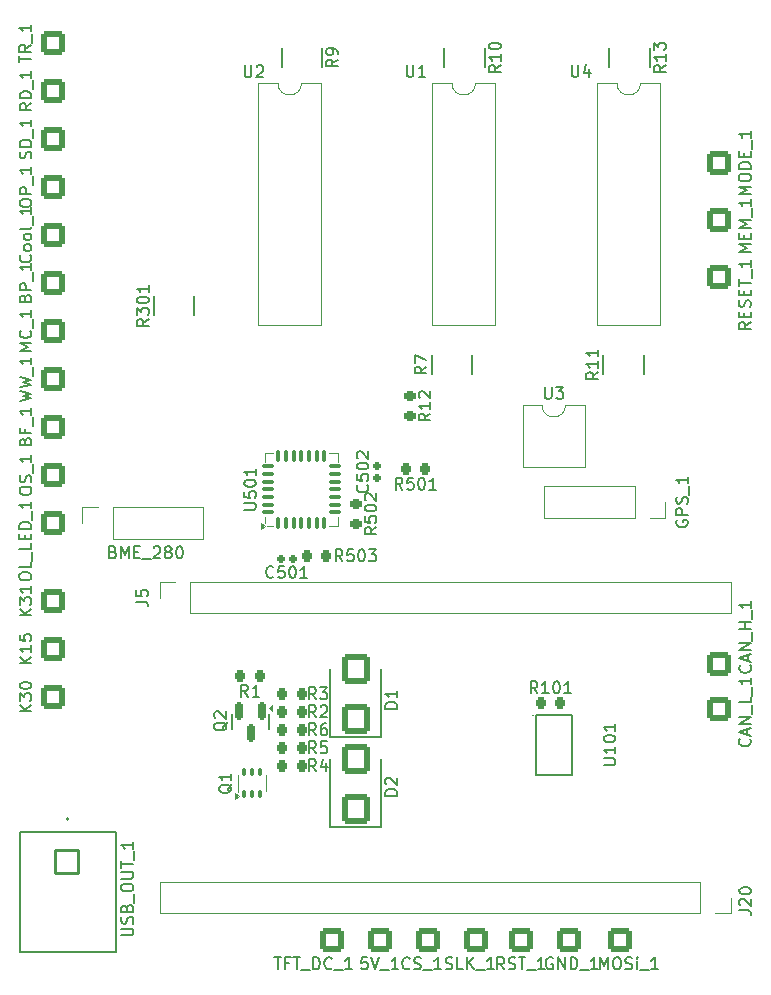
<source format=gto>
G04 #@! TF.GenerationSoftware,KiCad,Pcbnew,8.0.9-8.0.9-0~ubuntu22.04.1*
G04 #@! TF.CreationDate,2025-03-06T20:20:15+01:00*
G04 #@! TF.ProjectId,BrakeOutBoard,4272616b-654f-4757-9442-6f6172642e6b,rev?*
G04 #@! TF.SameCoordinates,Original*
G04 #@! TF.FileFunction,Legend,Top*
G04 #@! TF.FilePolarity,Positive*
%FSLAX46Y46*%
G04 Gerber Fmt 4.6, Leading zero omitted, Abs format (unit mm)*
G04 Created by KiCad (PCBNEW 8.0.9-8.0.9-0~ubuntu22.04.1) date 2025-03-06 20:20:15*
%MOMM*%
%LPD*%
G01*
G04 APERTURE LIST*
G04 Aperture macros list*
%AMRoundRect*
0 Rectangle with rounded corners*
0 $1 Rounding radius*
0 $2 $3 $4 $5 $6 $7 $8 $9 X,Y pos of 4 corners*
0 Add a 4 corners polygon primitive as box body*
4,1,4,$2,$3,$4,$5,$6,$7,$8,$9,$2,$3,0*
0 Add four circle primitives for the rounded corners*
1,1,$1+$1,$2,$3*
1,1,$1+$1,$4,$5*
1,1,$1+$1,$6,$7*
1,1,$1+$1,$8,$9*
0 Add four rect primitives between the rounded corners*
20,1,$1+$1,$2,$3,$4,$5,0*
20,1,$1+$1,$4,$5,$6,$7,0*
20,1,$1+$1,$6,$7,$8,$9,0*
20,1,$1+$1,$8,$9,$2,$3,0*%
G04 Aperture macros list end*
%ADD10C,0.150000*%
%ADD11C,0.120000*%
%ADD12C,0.127000*%
%ADD13C,0.200000*%
%ADD14R,1.600000X1.600000*%
%ADD15O,1.600000X1.600000*%
%ADD16RoundRect,0.219000X0.219000X0.294000X-0.219000X0.294000X-0.219000X-0.294000X0.219000X-0.294000X0*%
%ADD17RoundRect,0.150000X-0.150000X0.590000X-0.150000X-0.590000X0.150000X-0.590000X0.150000X0.590000X0*%
%ADD18RoundRect,0.250001X0.799999X-0.799999X0.799999X0.799999X-0.799999X0.799999X-0.799999X-0.799999X0*%
%ADD19RoundRect,0.250001X0.799999X0.799999X-0.799999X0.799999X-0.799999X-0.799999X0.799999X-0.799999X0*%
%ADD20RoundRect,0.102000X-0.975000X0.975000X-0.975000X-0.975000X0.975000X-0.975000X0.975000X0.975000X0*%
%ADD21C,2.154000*%
%ADD22RoundRect,0.219000X-0.294000X0.219000X-0.294000X-0.219000X0.294000X-0.219000X0.294000X0.219000X0*%
%ADD23O,0.476000X0.976000*%
%ADD24RoundRect,0.250001X-0.799999X-0.799999X0.799999X-0.799999X0.799999X0.799999X-0.799999X0.799999X0*%
%ADD25RoundRect,0.100000X0.100000X-0.225000X0.100000X0.225000X-0.100000X0.225000X-0.100000X-0.225000X0*%
%ADD26RoundRect,0.219000X-0.219000X-0.294000X0.219000X-0.294000X0.219000X0.294000X-0.219000X0.294000X0*%
%ADD27RoundRect,0.250001X-0.799999X0.799999X-0.799999X-0.799999X0.799999X-0.799999X0.799999X0.799999X0*%
%ADD28R,1.700000X1.700000*%
%ADD29O,1.700000X1.700000*%
%ADD30O,2.050000X0.590000*%
%ADD31C,3.200000*%
%ADD32RoundRect,0.159000X0.159000X0.189000X-0.159000X0.189000X-0.159000X-0.189000X0.159000X-0.189000X0*%
%ADD33RoundRect,0.258261X0.929739X-1.029739X0.929739X1.029739X-0.929739X1.029739X-0.929739X-1.029739X0*%
%ADD34RoundRect,0.159000X0.189000X-0.159000X0.189000X0.159000X-0.189000X0.159000X-0.189000X-0.159000X0*%
%ADD35RoundRect,0.075000X0.075000X-0.437500X0.075000X0.437500X-0.075000X0.437500X-0.075000X-0.437500X0*%
%ADD36RoundRect,0.075000X0.437500X-0.075000X0.437500X0.075000X-0.437500X0.075000X-0.437500X-0.075000X0*%
%ADD37R,4.250000X4.250000*%
G04 APERTURE END LIST*
D10*
X157289695Y-78728019D02*
X157289695Y-79537542D01*
X157289695Y-79537542D02*
X157337314Y-79632780D01*
X157337314Y-79632780D02*
X157384933Y-79680400D01*
X157384933Y-79680400D02*
X157480171Y-79728019D01*
X157480171Y-79728019D02*
X157670647Y-79728019D01*
X157670647Y-79728019D02*
X157765885Y-79680400D01*
X157765885Y-79680400D02*
X157813504Y-79632780D01*
X157813504Y-79632780D02*
X157861123Y-79537542D01*
X157861123Y-79537542D02*
X157861123Y-78728019D01*
X158861123Y-79728019D02*
X158289695Y-79728019D01*
X158575409Y-79728019D02*
X158575409Y-78728019D01*
X158575409Y-78728019D02*
X158480171Y-78870876D01*
X158480171Y-78870876D02*
X158384933Y-78966114D01*
X158384933Y-78966114D02*
X158289695Y-79013733D01*
X151852552Y-120752019D02*
X151519219Y-120275828D01*
X151281124Y-120752019D02*
X151281124Y-119752019D01*
X151281124Y-119752019D02*
X151662076Y-119752019D01*
X151662076Y-119752019D02*
X151757314Y-119799638D01*
X151757314Y-119799638D02*
X151804933Y-119847257D01*
X151804933Y-119847257D02*
X151852552Y-119942495D01*
X151852552Y-119942495D02*
X151852552Y-120085352D01*
X151852552Y-120085352D02*
X151804933Y-120180590D01*
X151804933Y-120180590D02*
X151757314Y-120228209D01*
X151757314Y-120228209D02*
X151662076Y-120275828D01*
X151662076Y-120275828D02*
X151281124Y-120275828D01*
X152757314Y-119752019D02*
X152281124Y-119752019D01*
X152281124Y-119752019D02*
X152233505Y-120228209D01*
X152233505Y-120228209D02*
X152281124Y-120180590D01*
X152281124Y-120180590D02*
X152376362Y-120132971D01*
X152376362Y-120132971D02*
X152614457Y-120132971D01*
X152614457Y-120132971D02*
X152709695Y-120180590D01*
X152709695Y-120180590D02*
X152757314Y-120228209D01*
X152757314Y-120228209D02*
X152804933Y-120323447D01*
X152804933Y-120323447D02*
X152804933Y-120561542D01*
X152804933Y-120561542D02*
X152757314Y-120656780D01*
X152757314Y-120656780D02*
X152709695Y-120704400D01*
X152709695Y-120704400D02*
X152614457Y-120752019D01*
X152614457Y-120752019D02*
X152376362Y-120752019D01*
X152376362Y-120752019D02*
X152281124Y-120704400D01*
X152281124Y-120704400D02*
X152233505Y-120656780D01*
X153423981Y-119752019D02*
X153519219Y-119752019D01*
X153519219Y-119752019D02*
X153614457Y-119799638D01*
X153614457Y-119799638D02*
X153662076Y-119847257D01*
X153662076Y-119847257D02*
X153709695Y-119942495D01*
X153709695Y-119942495D02*
X153757314Y-120132971D01*
X153757314Y-120132971D02*
X153757314Y-120371066D01*
X153757314Y-120371066D02*
X153709695Y-120561542D01*
X153709695Y-120561542D02*
X153662076Y-120656780D01*
X153662076Y-120656780D02*
X153614457Y-120704400D01*
X153614457Y-120704400D02*
X153519219Y-120752019D01*
X153519219Y-120752019D02*
X153423981Y-120752019D01*
X153423981Y-120752019D02*
X153328743Y-120704400D01*
X153328743Y-120704400D02*
X153281124Y-120656780D01*
X153281124Y-120656780D02*
X153233505Y-120561542D01*
X153233505Y-120561542D02*
X153185886Y-120371066D01*
X153185886Y-120371066D02*
X153185886Y-120132971D01*
X153185886Y-120132971D02*
X153233505Y-119942495D01*
X153233505Y-119942495D02*
X153281124Y-119847257D01*
X153281124Y-119847257D02*
X153328743Y-119799638D01*
X153328743Y-119799638D02*
X153423981Y-119752019D01*
X154090648Y-119752019D02*
X154709695Y-119752019D01*
X154709695Y-119752019D02*
X154376362Y-120132971D01*
X154376362Y-120132971D02*
X154519219Y-120132971D01*
X154519219Y-120132971D02*
X154614457Y-120180590D01*
X154614457Y-120180590D02*
X154662076Y-120228209D01*
X154662076Y-120228209D02*
X154709695Y-120323447D01*
X154709695Y-120323447D02*
X154709695Y-120561542D01*
X154709695Y-120561542D02*
X154662076Y-120656780D01*
X154662076Y-120656780D02*
X154614457Y-120704400D01*
X154614457Y-120704400D02*
X154519219Y-120752019D01*
X154519219Y-120752019D02*
X154233505Y-120752019D01*
X154233505Y-120752019D02*
X154138267Y-120704400D01*
X154138267Y-120704400D02*
X154090648Y-120656780D01*
X142091657Y-134362438D02*
X142044038Y-134457676D01*
X142044038Y-134457676D02*
X141948800Y-134552914D01*
X141948800Y-134552914D02*
X141805942Y-134695771D01*
X141805942Y-134695771D02*
X141758323Y-134791009D01*
X141758323Y-134791009D02*
X141758323Y-134886247D01*
X141996419Y-134838628D02*
X141948800Y-134933866D01*
X141948800Y-134933866D02*
X141853561Y-135029104D01*
X141853561Y-135029104D02*
X141663085Y-135076723D01*
X141663085Y-135076723D02*
X141329752Y-135076723D01*
X141329752Y-135076723D02*
X141139276Y-135029104D01*
X141139276Y-135029104D02*
X141044038Y-134933866D01*
X141044038Y-134933866D02*
X140996419Y-134838628D01*
X140996419Y-134838628D02*
X140996419Y-134648152D01*
X140996419Y-134648152D02*
X141044038Y-134552914D01*
X141044038Y-134552914D02*
X141139276Y-134457676D01*
X141139276Y-134457676D02*
X141329752Y-134410057D01*
X141329752Y-134410057D02*
X141663085Y-134410057D01*
X141663085Y-134410057D02*
X141853561Y-134457676D01*
X141853561Y-134457676D02*
X141948800Y-134552914D01*
X141948800Y-134552914D02*
X141996419Y-134648152D01*
X141996419Y-134648152D02*
X141996419Y-134838628D01*
X141091657Y-134029104D02*
X141044038Y-133981485D01*
X141044038Y-133981485D02*
X140996419Y-133886247D01*
X140996419Y-133886247D02*
X140996419Y-133648152D01*
X140996419Y-133648152D02*
X141044038Y-133552914D01*
X141044038Y-133552914D02*
X141091657Y-133505295D01*
X141091657Y-133505295D02*
X141186895Y-133457676D01*
X141186895Y-133457676D02*
X141282133Y-133457676D01*
X141282133Y-133457676D02*
X141424990Y-133505295D01*
X141424990Y-133505295D02*
X141996419Y-134076723D01*
X141996419Y-134076723D02*
X141996419Y-133457676D01*
X124998609Y-110589485D02*
X125046228Y-110446628D01*
X125046228Y-110446628D02*
X125093847Y-110399009D01*
X125093847Y-110399009D02*
X125189085Y-110351390D01*
X125189085Y-110351390D02*
X125331942Y-110351390D01*
X125331942Y-110351390D02*
X125427180Y-110399009D01*
X125427180Y-110399009D02*
X125474800Y-110446628D01*
X125474800Y-110446628D02*
X125522419Y-110541866D01*
X125522419Y-110541866D02*
X125522419Y-110922818D01*
X125522419Y-110922818D02*
X124522419Y-110922818D01*
X124522419Y-110922818D02*
X124522419Y-110589485D01*
X124522419Y-110589485D02*
X124570038Y-110494247D01*
X124570038Y-110494247D02*
X124617657Y-110446628D01*
X124617657Y-110446628D02*
X124712895Y-110399009D01*
X124712895Y-110399009D02*
X124808133Y-110399009D01*
X124808133Y-110399009D02*
X124903371Y-110446628D01*
X124903371Y-110446628D02*
X124950990Y-110494247D01*
X124950990Y-110494247D02*
X124998609Y-110589485D01*
X124998609Y-110589485D02*
X124998609Y-110922818D01*
X124998609Y-109589485D02*
X124998609Y-109922818D01*
X125522419Y-109922818D02*
X124522419Y-109922818D01*
X124522419Y-109922818D02*
X124522419Y-109446628D01*
X125617657Y-109303771D02*
X125617657Y-108541866D01*
X125522419Y-107779961D02*
X125522419Y-108351389D01*
X125522419Y-108065675D02*
X124522419Y-108065675D01*
X124522419Y-108065675D02*
X124665276Y-108160913D01*
X124665276Y-108160913D02*
X124760514Y-108256151D01*
X124760514Y-108256151D02*
X124808133Y-108351389D01*
X169640552Y-154343638D02*
X169545314Y-154296019D01*
X169545314Y-154296019D02*
X169402457Y-154296019D01*
X169402457Y-154296019D02*
X169259600Y-154343638D01*
X169259600Y-154343638D02*
X169164362Y-154438876D01*
X169164362Y-154438876D02*
X169116743Y-154534114D01*
X169116743Y-154534114D02*
X169069124Y-154724590D01*
X169069124Y-154724590D02*
X169069124Y-154867447D01*
X169069124Y-154867447D02*
X169116743Y-155057923D01*
X169116743Y-155057923D02*
X169164362Y-155153161D01*
X169164362Y-155153161D02*
X169259600Y-155248400D01*
X169259600Y-155248400D02*
X169402457Y-155296019D01*
X169402457Y-155296019D02*
X169497695Y-155296019D01*
X169497695Y-155296019D02*
X169640552Y-155248400D01*
X169640552Y-155248400D02*
X169688171Y-155200780D01*
X169688171Y-155200780D02*
X169688171Y-154867447D01*
X169688171Y-154867447D02*
X169497695Y-154867447D01*
X170116743Y-155296019D02*
X170116743Y-154296019D01*
X170116743Y-154296019D02*
X170688171Y-155296019D01*
X170688171Y-155296019D02*
X170688171Y-154296019D01*
X171164362Y-155296019D02*
X171164362Y-154296019D01*
X171164362Y-154296019D02*
X171402457Y-154296019D01*
X171402457Y-154296019D02*
X171545314Y-154343638D01*
X171545314Y-154343638D02*
X171640552Y-154438876D01*
X171640552Y-154438876D02*
X171688171Y-154534114D01*
X171688171Y-154534114D02*
X171735790Y-154724590D01*
X171735790Y-154724590D02*
X171735790Y-154867447D01*
X171735790Y-154867447D02*
X171688171Y-155057923D01*
X171688171Y-155057923D02*
X171640552Y-155153161D01*
X171640552Y-155153161D02*
X171545314Y-155248400D01*
X171545314Y-155248400D02*
X171402457Y-155296019D01*
X171402457Y-155296019D02*
X171164362Y-155296019D01*
X171926267Y-155391257D02*
X172688171Y-155391257D01*
X173450076Y-155296019D02*
X172878648Y-155296019D01*
X173164362Y-155296019D02*
X173164362Y-154296019D01*
X173164362Y-154296019D02*
X173069124Y-154438876D01*
X173069124Y-154438876D02*
X172973886Y-154534114D01*
X172973886Y-154534114D02*
X172878648Y-154581733D01*
X133122419Y-152419771D02*
X133931942Y-152419771D01*
X133931942Y-152419771D02*
X134027180Y-152372152D01*
X134027180Y-152372152D02*
X134074800Y-152324533D01*
X134074800Y-152324533D02*
X134122419Y-152229295D01*
X134122419Y-152229295D02*
X134122419Y-152038819D01*
X134122419Y-152038819D02*
X134074800Y-151943581D01*
X134074800Y-151943581D02*
X134027180Y-151895962D01*
X134027180Y-151895962D02*
X133931942Y-151848343D01*
X133931942Y-151848343D02*
X133122419Y-151848343D01*
X134074800Y-151419771D02*
X134122419Y-151276914D01*
X134122419Y-151276914D02*
X134122419Y-151038819D01*
X134122419Y-151038819D02*
X134074800Y-150943581D01*
X134074800Y-150943581D02*
X134027180Y-150895962D01*
X134027180Y-150895962D02*
X133931942Y-150848343D01*
X133931942Y-150848343D02*
X133836704Y-150848343D01*
X133836704Y-150848343D02*
X133741466Y-150895962D01*
X133741466Y-150895962D02*
X133693847Y-150943581D01*
X133693847Y-150943581D02*
X133646228Y-151038819D01*
X133646228Y-151038819D02*
X133598609Y-151229295D01*
X133598609Y-151229295D02*
X133550990Y-151324533D01*
X133550990Y-151324533D02*
X133503371Y-151372152D01*
X133503371Y-151372152D02*
X133408133Y-151419771D01*
X133408133Y-151419771D02*
X133312895Y-151419771D01*
X133312895Y-151419771D02*
X133217657Y-151372152D01*
X133217657Y-151372152D02*
X133170038Y-151324533D01*
X133170038Y-151324533D02*
X133122419Y-151229295D01*
X133122419Y-151229295D02*
X133122419Y-150991200D01*
X133122419Y-150991200D02*
X133170038Y-150848343D01*
X133598609Y-150086438D02*
X133646228Y-149943581D01*
X133646228Y-149943581D02*
X133693847Y-149895962D01*
X133693847Y-149895962D02*
X133789085Y-149848343D01*
X133789085Y-149848343D02*
X133931942Y-149848343D01*
X133931942Y-149848343D02*
X134027180Y-149895962D01*
X134027180Y-149895962D02*
X134074800Y-149943581D01*
X134074800Y-149943581D02*
X134122419Y-150038819D01*
X134122419Y-150038819D02*
X134122419Y-150419771D01*
X134122419Y-150419771D02*
X133122419Y-150419771D01*
X133122419Y-150419771D02*
X133122419Y-150086438D01*
X133122419Y-150086438D02*
X133170038Y-149991200D01*
X133170038Y-149991200D02*
X133217657Y-149943581D01*
X133217657Y-149943581D02*
X133312895Y-149895962D01*
X133312895Y-149895962D02*
X133408133Y-149895962D01*
X133408133Y-149895962D02*
X133503371Y-149943581D01*
X133503371Y-149943581D02*
X133550990Y-149991200D01*
X133550990Y-149991200D02*
X133598609Y-150086438D01*
X133598609Y-150086438D02*
X133598609Y-150419771D01*
X134217657Y-149657867D02*
X134217657Y-148895962D01*
X133122419Y-148467390D02*
X133122419Y-148276914D01*
X133122419Y-148276914D02*
X133170038Y-148181676D01*
X133170038Y-148181676D02*
X133265276Y-148086438D01*
X133265276Y-148086438D02*
X133455752Y-148038819D01*
X133455752Y-148038819D02*
X133789085Y-148038819D01*
X133789085Y-148038819D02*
X133979561Y-148086438D01*
X133979561Y-148086438D02*
X134074800Y-148181676D01*
X134074800Y-148181676D02*
X134122419Y-148276914D01*
X134122419Y-148276914D02*
X134122419Y-148467390D01*
X134122419Y-148467390D02*
X134074800Y-148562628D01*
X134074800Y-148562628D02*
X133979561Y-148657866D01*
X133979561Y-148657866D02*
X133789085Y-148705485D01*
X133789085Y-148705485D02*
X133455752Y-148705485D01*
X133455752Y-148705485D02*
X133265276Y-148657866D01*
X133265276Y-148657866D02*
X133170038Y-148562628D01*
X133170038Y-148562628D02*
X133122419Y-148467390D01*
X133122419Y-147610247D02*
X133931942Y-147610247D01*
X133931942Y-147610247D02*
X134027180Y-147562628D01*
X134027180Y-147562628D02*
X134074800Y-147515009D01*
X134074800Y-147515009D02*
X134122419Y-147419771D01*
X134122419Y-147419771D02*
X134122419Y-147229295D01*
X134122419Y-147229295D02*
X134074800Y-147134057D01*
X134074800Y-147134057D02*
X134027180Y-147086438D01*
X134027180Y-147086438D02*
X133931942Y-147038819D01*
X133931942Y-147038819D02*
X133122419Y-147038819D01*
X133122419Y-146705485D02*
X133122419Y-146134057D01*
X134122419Y-146419771D02*
X133122419Y-146419771D01*
X134217657Y-146038819D02*
X134217657Y-145276914D01*
X134122419Y-144515009D02*
X134122419Y-145086437D01*
X134122419Y-144800723D02*
X133122419Y-144800723D01*
X133122419Y-144800723D02*
X133265276Y-144895961D01*
X133265276Y-144895961D02*
X133360514Y-144991199D01*
X133360514Y-144991199D02*
X133408133Y-145086437D01*
X154726419Y-117860247D02*
X154250228Y-118193580D01*
X154726419Y-118431675D02*
X153726419Y-118431675D01*
X153726419Y-118431675D02*
X153726419Y-118050723D01*
X153726419Y-118050723D02*
X153774038Y-117955485D01*
X153774038Y-117955485D02*
X153821657Y-117907866D01*
X153821657Y-117907866D02*
X153916895Y-117860247D01*
X153916895Y-117860247D02*
X154059752Y-117860247D01*
X154059752Y-117860247D02*
X154154990Y-117907866D01*
X154154990Y-117907866D02*
X154202609Y-117955485D01*
X154202609Y-117955485D02*
X154250228Y-118050723D01*
X154250228Y-118050723D02*
X154250228Y-118431675D01*
X153726419Y-116955485D02*
X153726419Y-117431675D01*
X153726419Y-117431675D02*
X154202609Y-117479294D01*
X154202609Y-117479294D02*
X154154990Y-117431675D01*
X154154990Y-117431675D02*
X154107371Y-117336437D01*
X154107371Y-117336437D02*
X154107371Y-117098342D01*
X154107371Y-117098342D02*
X154154990Y-117003104D01*
X154154990Y-117003104D02*
X154202609Y-116955485D01*
X154202609Y-116955485D02*
X154297847Y-116907866D01*
X154297847Y-116907866D02*
X154535942Y-116907866D01*
X154535942Y-116907866D02*
X154631180Y-116955485D01*
X154631180Y-116955485D02*
X154678800Y-117003104D01*
X154678800Y-117003104D02*
X154726419Y-117098342D01*
X154726419Y-117098342D02*
X154726419Y-117336437D01*
X154726419Y-117336437D02*
X154678800Y-117431675D01*
X154678800Y-117431675D02*
X154631180Y-117479294D01*
X153726419Y-116288818D02*
X153726419Y-116193580D01*
X153726419Y-116193580D02*
X153774038Y-116098342D01*
X153774038Y-116098342D02*
X153821657Y-116050723D01*
X153821657Y-116050723D02*
X153916895Y-116003104D01*
X153916895Y-116003104D02*
X154107371Y-115955485D01*
X154107371Y-115955485D02*
X154345466Y-115955485D01*
X154345466Y-115955485D02*
X154535942Y-116003104D01*
X154535942Y-116003104D02*
X154631180Y-116050723D01*
X154631180Y-116050723D02*
X154678800Y-116098342D01*
X154678800Y-116098342D02*
X154726419Y-116193580D01*
X154726419Y-116193580D02*
X154726419Y-116288818D01*
X154726419Y-116288818D02*
X154678800Y-116384056D01*
X154678800Y-116384056D02*
X154631180Y-116431675D01*
X154631180Y-116431675D02*
X154535942Y-116479294D01*
X154535942Y-116479294D02*
X154345466Y-116526913D01*
X154345466Y-116526913D02*
X154107371Y-116526913D01*
X154107371Y-116526913D02*
X153916895Y-116479294D01*
X153916895Y-116479294D02*
X153821657Y-116431675D01*
X153821657Y-116431675D02*
X153774038Y-116384056D01*
X153774038Y-116384056D02*
X153726419Y-116288818D01*
X153821657Y-115574532D02*
X153774038Y-115526913D01*
X153774038Y-115526913D02*
X153726419Y-115431675D01*
X153726419Y-115431675D02*
X153726419Y-115193580D01*
X153726419Y-115193580D02*
X153774038Y-115098342D01*
X153774038Y-115098342D02*
X153821657Y-115050723D01*
X153821657Y-115050723D02*
X153916895Y-115003104D01*
X153916895Y-115003104D02*
X154012133Y-115003104D01*
X154012133Y-115003104D02*
X154154990Y-115050723D01*
X154154990Y-115050723D02*
X154726419Y-115622151D01*
X154726419Y-115622151D02*
X154726419Y-115003104D01*
X151454419Y-78269866D02*
X150978228Y-78603199D01*
X151454419Y-78841294D02*
X150454419Y-78841294D01*
X150454419Y-78841294D02*
X150454419Y-78460342D01*
X150454419Y-78460342D02*
X150502038Y-78365104D01*
X150502038Y-78365104D02*
X150549657Y-78317485D01*
X150549657Y-78317485D02*
X150644895Y-78269866D01*
X150644895Y-78269866D02*
X150787752Y-78269866D01*
X150787752Y-78269866D02*
X150882990Y-78317485D01*
X150882990Y-78317485D02*
X150930609Y-78365104D01*
X150930609Y-78365104D02*
X150978228Y-78460342D01*
X150978228Y-78460342D02*
X150978228Y-78841294D01*
X151454419Y-77793675D02*
X151454419Y-77603199D01*
X151454419Y-77603199D02*
X151406800Y-77507961D01*
X151406800Y-77507961D02*
X151359180Y-77460342D01*
X151359180Y-77460342D02*
X151216323Y-77365104D01*
X151216323Y-77365104D02*
X151025847Y-77317485D01*
X151025847Y-77317485D02*
X150644895Y-77317485D01*
X150644895Y-77317485D02*
X150549657Y-77365104D01*
X150549657Y-77365104D02*
X150502038Y-77412723D01*
X150502038Y-77412723D02*
X150454419Y-77507961D01*
X150454419Y-77507961D02*
X150454419Y-77698437D01*
X150454419Y-77698437D02*
X150502038Y-77793675D01*
X150502038Y-77793675D02*
X150549657Y-77841294D01*
X150549657Y-77841294D02*
X150644895Y-77888913D01*
X150644895Y-77888913D02*
X150882990Y-77888913D01*
X150882990Y-77888913D02*
X150978228Y-77841294D01*
X150978228Y-77841294D02*
X151025847Y-77793675D01*
X151025847Y-77793675D02*
X151073466Y-77698437D01*
X151073466Y-77698437D02*
X151073466Y-77507961D01*
X151073466Y-77507961D02*
X151025847Y-77412723D01*
X151025847Y-77412723D02*
X150978228Y-77365104D01*
X150978228Y-77365104D02*
X150882990Y-77317485D01*
X158954419Y-104269866D02*
X158478228Y-104603199D01*
X158954419Y-104841294D02*
X157954419Y-104841294D01*
X157954419Y-104841294D02*
X157954419Y-104460342D01*
X157954419Y-104460342D02*
X158002038Y-104365104D01*
X158002038Y-104365104D02*
X158049657Y-104317485D01*
X158049657Y-104317485D02*
X158144895Y-104269866D01*
X158144895Y-104269866D02*
X158287752Y-104269866D01*
X158287752Y-104269866D02*
X158382990Y-104317485D01*
X158382990Y-104317485D02*
X158430609Y-104365104D01*
X158430609Y-104365104D02*
X158478228Y-104460342D01*
X158478228Y-104460342D02*
X158478228Y-104841294D01*
X157954419Y-103936532D02*
X157954419Y-103269866D01*
X157954419Y-103269866D02*
X158954419Y-103698437D01*
X125522419Y-102937675D02*
X124522419Y-102937675D01*
X124522419Y-102937675D02*
X125236704Y-102604342D01*
X125236704Y-102604342D02*
X124522419Y-102271009D01*
X124522419Y-102271009D02*
X125522419Y-102271009D01*
X125427180Y-101223390D02*
X125474800Y-101271009D01*
X125474800Y-101271009D02*
X125522419Y-101413866D01*
X125522419Y-101413866D02*
X125522419Y-101509104D01*
X125522419Y-101509104D02*
X125474800Y-101651961D01*
X125474800Y-101651961D02*
X125379561Y-101747199D01*
X125379561Y-101747199D02*
X125284323Y-101794818D01*
X125284323Y-101794818D02*
X125093847Y-101842437D01*
X125093847Y-101842437D02*
X124950990Y-101842437D01*
X124950990Y-101842437D02*
X124760514Y-101794818D01*
X124760514Y-101794818D02*
X124665276Y-101747199D01*
X124665276Y-101747199D02*
X124570038Y-101651961D01*
X124570038Y-101651961D02*
X124522419Y-101509104D01*
X124522419Y-101509104D02*
X124522419Y-101413866D01*
X124522419Y-101413866D02*
X124570038Y-101271009D01*
X124570038Y-101271009D02*
X124617657Y-101223390D01*
X125617657Y-101032914D02*
X125617657Y-100271009D01*
X125522419Y-99509104D02*
X125522419Y-100080532D01*
X125522419Y-99794818D02*
X124522419Y-99794818D01*
X124522419Y-99794818D02*
X124665276Y-99890056D01*
X124665276Y-99890056D02*
X124760514Y-99985294D01*
X124760514Y-99985294D02*
X124808133Y-100080532D01*
X143856933Y-132212019D02*
X143523600Y-131735828D01*
X143285505Y-132212019D02*
X143285505Y-131212019D01*
X143285505Y-131212019D02*
X143666457Y-131212019D01*
X143666457Y-131212019D02*
X143761695Y-131259638D01*
X143761695Y-131259638D02*
X143809314Y-131307257D01*
X143809314Y-131307257D02*
X143856933Y-131402495D01*
X143856933Y-131402495D02*
X143856933Y-131545352D01*
X143856933Y-131545352D02*
X143809314Y-131640590D01*
X143809314Y-131640590D02*
X143761695Y-131688209D01*
X143761695Y-131688209D02*
X143666457Y-131735828D01*
X143666457Y-131735828D02*
X143285505Y-131735828D01*
X144809314Y-132212019D02*
X144237886Y-132212019D01*
X144523600Y-132212019D02*
X144523600Y-131212019D01*
X144523600Y-131212019D02*
X144428362Y-131354876D01*
X144428362Y-131354876D02*
X144333124Y-131450114D01*
X144333124Y-131450114D02*
X144237886Y-131497733D01*
X146082266Y-154296019D02*
X146653694Y-154296019D01*
X146367980Y-155296019D02*
X146367980Y-154296019D01*
X147320361Y-154772209D02*
X146987028Y-154772209D01*
X146987028Y-155296019D02*
X146987028Y-154296019D01*
X146987028Y-154296019D02*
X147463218Y-154296019D01*
X147701314Y-154296019D02*
X148272742Y-154296019D01*
X147987028Y-155296019D02*
X147987028Y-154296019D01*
X148367981Y-155391257D02*
X149129885Y-155391257D01*
X149367981Y-155296019D02*
X149367981Y-154296019D01*
X149367981Y-154296019D02*
X149606076Y-154296019D01*
X149606076Y-154296019D02*
X149748933Y-154343638D01*
X149748933Y-154343638D02*
X149844171Y-154438876D01*
X149844171Y-154438876D02*
X149891790Y-154534114D01*
X149891790Y-154534114D02*
X149939409Y-154724590D01*
X149939409Y-154724590D02*
X149939409Y-154867447D01*
X149939409Y-154867447D02*
X149891790Y-155057923D01*
X149891790Y-155057923D02*
X149844171Y-155153161D01*
X149844171Y-155153161D02*
X149748933Y-155248400D01*
X149748933Y-155248400D02*
X149606076Y-155296019D01*
X149606076Y-155296019D02*
X149367981Y-155296019D01*
X150939409Y-155200780D02*
X150891790Y-155248400D01*
X150891790Y-155248400D02*
X150748933Y-155296019D01*
X150748933Y-155296019D02*
X150653695Y-155296019D01*
X150653695Y-155296019D02*
X150510838Y-155248400D01*
X150510838Y-155248400D02*
X150415600Y-155153161D01*
X150415600Y-155153161D02*
X150367981Y-155057923D01*
X150367981Y-155057923D02*
X150320362Y-154867447D01*
X150320362Y-154867447D02*
X150320362Y-154724590D01*
X150320362Y-154724590D02*
X150367981Y-154534114D01*
X150367981Y-154534114D02*
X150415600Y-154438876D01*
X150415600Y-154438876D02*
X150510838Y-154343638D01*
X150510838Y-154343638D02*
X150653695Y-154296019D01*
X150653695Y-154296019D02*
X150748933Y-154296019D01*
X150748933Y-154296019D02*
X150891790Y-154343638D01*
X150891790Y-154343638D02*
X150939409Y-154391257D01*
X151129886Y-155391257D02*
X151891790Y-155391257D01*
X152653695Y-155296019D02*
X152082267Y-155296019D01*
X152367981Y-155296019D02*
X152367981Y-154296019D01*
X152367981Y-154296019D02*
X152272743Y-154438876D01*
X152272743Y-154438876D02*
X152177505Y-154534114D01*
X152177505Y-154534114D02*
X152082267Y-154581733D01*
X157535790Y-155200780D02*
X157488171Y-155248400D01*
X157488171Y-155248400D02*
X157345314Y-155296019D01*
X157345314Y-155296019D02*
X157250076Y-155296019D01*
X157250076Y-155296019D02*
X157107219Y-155248400D01*
X157107219Y-155248400D02*
X157011981Y-155153161D01*
X157011981Y-155153161D02*
X156964362Y-155057923D01*
X156964362Y-155057923D02*
X156916743Y-154867447D01*
X156916743Y-154867447D02*
X156916743Y-154724590D01*
X156916743Y-154724590D02*
X156964362Y-154534114D01*
X156964362Y-154534114D02*
X157011981Y-154438876D01*
X157011981Y-154438876D02*
X157107219Y-154343638D01*
X157107219Y-154343638D02*
X157250076Y-154296019D01*
X157250076Y-154296019D02*
X157345314Y-154296019D01*
X157345314Y-154296019D02*
X157488171Y-154343638D01*
X157488171Y-154343638D02*
X157535790Y-154391257D01*
X157916743Y-155248400D02*
X158059600Y-155296019D01*
X158059600Y-155296019D02*
X158297695Y-155296019D01*
X158297695Y-155296019D02*
X158392933Y-155248400D01*
X158392933Y-155248400D02*
X158440552Y-155200780D01*
X158440552Y-155200780D02*
X158488171Y-155105542D01*
X158488171Y-155105542D02*
X158488171Y-155010304D01*
X158488171Y-155010304D02*
X158440552Y-154915066D01*
X158440552Y-154915066D02*
X158392933Y-154867447D01*
X158392933Y-154867447D02*
X158297695Y-154819828D01*
X158297695Y-154819828D02*
X158107219Y-154772209D01*
X158107219Y-154772209D02*
X158011981Y-154724590D01*
X158011981Y-154724590D02*
X157964362Y-154676971D01*
X157964362Y-154676971D02*
X157916743Y-154581733D01*
X157916743Y-154581733D02*
X157916743Y-154486495D01*
X157916743Y-154486495D02*
X157964362Y-154391257D01*
X157964362Y-154391257D02*
X158011981Y-154343638D01*
X158011981Y-154343638D02*
X158107219Y-154296019D01*
X158107219Y-154296019D02*
X158345314Y-154296019D01*
X158345314Y-154296019D02*
X158488171Y-154343638D01*
X158678648Y-155391257D02*
X159440552Y-155391257D01*
X160202457Y-155296019D02*
X159631029Y-155296019D01*
X159916743Y-155296019D02*
X159916743Y-154296019D01*
X159916743Y-154296019D02*
X159821505Y-154438876D01*
X159821505Y-154438876D02*
X159726267Y-154534114D01*
X159726267Y-154534114D02*
X159631029Y-154581733D01*
X142493657Y-139630438D02*
X142446038Y-139725676D01*
X142446038Y-139725676D02*
X142350800Y-139820914D01*
X142350800Y-139820914D02*
X142207942Y-139963771D01*
X142207942Y-139963771D02*
X142160323Y-140059009D01*
X142160323Y-140059009D02*
X142160323Y-140154247D01*
X142398419Y-140106628D02*
X142350800Y-140201866D01*
X142350800Y-140201866D02*
X142255561Y-140297104D01*
X142255561Y-140297104D02*
X142065085Y-140344723D01*
X142065085Y-140344723D02*
X141731752Y-140344723D01*
X141731752Y-140344723D02*
X141541276Y-140297104D01*
X141541276Y-140297104D02*
X141446038Y-140201866D01*
X141446038Y-140201866D02*
X141398419Y-140106628D01*
X141398419Y-140106628D02*
X141398419Y-139916152D01*
X141398419Y-139916152D02*
X141446038Y-139820914D01*
X141446038Y-139820914D02*
X141541276Y-139725676D01*
X141541276Y-139725676D02*
X141731752Y-139678057D01*
X141731752Y-139678057D02*
X142065085Y-139678057D01*
X142065085Y-139678057D02*
X142255561Y-139725676D01*
X142255561Y-139725676D02*
X142350800Y-139820914D01*
X142350800Y-139820914D02*
X142398419Y-139916152D01*
X142398419Y-139916152D02*
X142398419Y-140106628D01*
X142398419Y-138725676D02*
X142398419Y-139297104D01*
X142398419Y-139011390D02*
X141398419Y-139011390D01*
X141398419Y-139011390D02*
X141541276Y-139106628D01*
X141541276Y-139106628D02*
X141636514Y-139201866D01*
X141636514Y-139201866D02*
X141684133Y-139297104D01*
X149612933Y-137008019D02*
X149279600Y-136531828D01*
X149041505Y-137008019D02*
X149041505Y-136008019D01*
X149041505Y-136008019D02*
X149422457Y-136008019D01*
X149422457Y-136008019D02*
X149517695Y-136055638D01*
X149517695Y-136055638D02*
X149565314Y-136103257D01*
X149565314Y-136103257D02*
X149612933Y-136198495D01*
X149612933Y-136198495D02*
X149612933Y-136341352D01*
X149612933Y-136341352D02*
X149565314Y-136436590D01*
X149565314Y-136436590D02*
X149517695Y-136484209D01*
X149517695Y-136484209D02*
X149422457Y-136531828D01*
X149422457Y-136531828D02*
X149041505Y-136531828D01*
X150517695Y-136008019D02*
X150041505Y-136008019D01*
X150041505Y-136008019D02*
X149993886Y-136484209D01*
X149993886Y-136484209D02*
X150041505Y-136436590D01*
X150041505Y-136436590D02*
X150136743Y-136388971D01*
X150136743Y-136388971D02*
X150374838Y-136388971D01*
X150374838Y-136388971D02*
X150470076Y-136436590D01*
X150470076Y-136436590D02*
X150517695Y-136484209D01*
X150517695Y-136484209D02*
X150565314Y-136579447D01*
X150565314Y-136579447D02*
X150565314Y-136817542D01*
X150565314Y-136817542D02*
X150517695Y-136912780D01*
X150517695Y-136912780D02*
X150470076Y-136960400D01*
X150470076Y-136960400D02*
X150374838Y-137008019D01*
X150374838Y-137008019D02*
X150136743Y-137008019D01*
X150136743Y-137008019D02*
X150041505Y-136960400D01*
X150041505Y-136960400D02*
X149993886Y-136912780D01*
X186410419Y-94571485D02*
X185410419Y-94571485D01*
X185410419Y-94571485D02*
X186124704Y-94238152D01*
X186124704Y-94238152D02*
X185410419Y-93904819D01*
X185410419Y-93904819D02*
X186410419Y-93904819D01*
X185886609Y-93428628D02*
X185886609Y-93095295D01*
X186410419Y-92952438D02*
X186410419Y-93428628D01*
X186410419Y-93428628D02*
X185410419Y-93428628D01*
X185410419Y-93428628D02*
X185410419Y-92952438D01*
X186410419Y-92523866D02*
X185410419Y-92523866D01*
X185410419Y-92523866D02*
X186124704Y-92190533D01*
X186124704Y-92190533D02*
X185410419Y-91857200D01*
X185410419Y-91857200D02*
X186410419Y-91857200D01*
X186505657Y-91619105D02*
X186505657Y-90857200D01*
X186410419Y-90095295D02*
X186410419Y-90666723D01*
X186410419Y-90381009D02*
X185410419Y-90381009D01*
X185410419Y-90381009D02*
X185553276Y-90476247D01*
X185553276Y-90476247D02*
X185648514Y-90571485D01*
X185648514Y-90571485D02*
X185696133Y-90666723D01*
X135440419Y-100246247D02*
X134964228Y-100579580D01*
X135440419Y-100817675D02*
X134440419Y-100817675D01*
X134440419Y-100817675D02*
X134440419Y-100436723D01*
X134440419Y-100436723D02*
X134488038Y-100341485D01*
X134488038Y-100341485D02*
X134535657Y-100293866D01*
X134535657Y-100293866D02*
X134630895Y-100246247D01*
X134630895Y-100246247D02*
X134773752Y-100246247D01*
X134773752Y-100246247D02*
X134868990Y-100293866D01*
X134868990Y-100293866D02*
X134916609Y-100341485D01*
X134916609Y-100341485D02*
X134964228Y-100436723D01*
X134964228Y-100436723D02*
X134964228Y-100817675D01*
X134440419Y-99912913D02*
X134440419Y-99293866D01*
X134440419Y-99293866D02*
X134821371Y-99627199D01*
X134821371Y-99627199D02*
X134821371Y-99484342D01*
X134821371Y-99484342D02*
X134868990Y-99389104D01*
X134868990Y-99389104D02*
X134916609Y-99341485D01*
X134916609Y-99341485D02*
X135011847Y-99293866D01*
X135011847Y-99293866D02*
X135249942Y-99293866D01*
X135249942Y-99293866D02*
X135345180Y-99341485D01*
X135345180Y-99341485D02*
X135392800Y-99389104D01*
X135392800Y-99389104D02*
X135440419Y-99484342D01*
X135440419Y-99484342D02*
X135440419Y-99770056D01*
X135440419Y-99770056D02*
X135392800Y-99865294D01*
X135392800Y-99865294D02*
X135345180Y-99912913D01*
X134440419Y-98674818D02*
X134440419Y-98579580D01*
X134440419Y-98579580D02*
X134488038Y-98484342D01*
X134488038Y-98484342D02*
X134535657Y-98436723D01*
X134535657Y-98436723D02*
X134630895Y-98389104D01*
X134630895Y-98389104D02*
X134821371Y-98341485D01*
X134821371Y-98341485D02*
X135059466Y-98341485D01*
X135059466Y-98341485D02*
X135249942Y-98389104D01*
X135249942Y-98389104D02*
X135345180Y-98436723D01*
X135345180Y-98436723D02*
X135392800Y-98484342D01*
X135392800Y-98484342D02*
X135440419Y-98579580D01*
X135440419Y-98579580D02*
X135440419Y-98674818D01*
X135440419Y-98674818D02*
X135392800Y-98770056D01*
X135392800Y-98770056D02*
X135345180Y-98817675D01*
X135345180Y-98817675D02*
X135249942Y-98865294D01*
X135249942Y-98865294D02*
X135059466Y-98912913D01*
X135059466Y-98912913D02*
X134821371Y-98912913D01*
X134821371Y-98912913D02*
X134630895Y-98865294D01*
X134630895Y-98865294D02*
X134535657Y-98817675D01*
X134535657Y-98817675D02*
X134488038Y-98770056D01*
X134488038Y-98770056D02*
X134440419Y-98674818D01*
X135440419Y-97389104D02*
X135440419Y-97960532D01*
X135440419Y-97674818D02*
X134440419Y-97674818D01*
X134440419Y-97674818D02*
X134583276Y-97770056D01*
X134583276Y-97770056D02*
X134678514Y-97865294D01*
X134678514Y-97865294D02*
X134726133Y-97960532D01*
X179210419Y-78746057D02*
X178734228Y-79079390D01*
X179210419Y-79317485D02*
X178210419Y-79317485D01*
X178210419Y-79317485D02*
X178210419Y-78936533D01*
X178210419Y-78936533D02*
X178258038Y-78841295D01*
X178258038Y-78841295D02*
X178305657Y-78793676D01*
X178305657Y-78793676D02*
X178400895Y-78746057D01*
X178400895Y-78746057D02*
X178543752Y-78746057D01*
X178543752Y-78746057D02*
X178638990Y-78793676D01*
X178638990Y-78793676D02*
X178686609Y-78841295D01*
X178686609Y-78841295D02*
X178734228Y-78936533D01*
X178734228Y-78936533D02*
X178734228Y-79317485D01*
X179210419Y-77793676D02*
X179210419Y-78365104D01*
X179210419Y-78079390D02*
X178210419Y-78079390D01*
X178210419Y-78079390D02*
X178353276Y-78174628D01*
X178353276Y-78174628D02*
X178448514Y-78269866D01*
X178448514Y-78269866D02*
X178496133Y-78365104D01*
X178210419Y-77460342D02*
X178210419Y-76841295D01*
X178210419Y-76841295D02*
X178591371Y-77174628D01*
X178591371Y-77174628D02*
X178591371Y-77031771D01*
X178591371Y-77031771D02*
X178638990Y-76936533D01*
X178638990Y-76936533D02*
X178686609Y-76888914D01*
X178686609Y-76888914D02*
X178781847Y-76841295D01*
X178781847Y-76841295D02*
X179019942Y-76841295D01*
X179019942Y-76841295D02*
X179115180Y-76888914D01*
X179115180Y-76888914D02*
X179162800Y-76936533D01*
X179162800Y-76936533D02*
X179210419Y-77031771D01*
X179210419Y-77031771D02*
X179210419Y-77317485D01*
X179210419Y-77317485D02*
X179162800Y-77412723D01*
X179162800Y-77412723D02*
X179115180Y-77460342D01*
X185446419Y-150316723D02*
X186160704Y-150316723D01*
X186160704Y-150316723D02*
X186303561Y-150364342D01*
X186303561Y-150364342D02*
X186398800Y-150459580D01*
X186398800Y-150459580D02*
X186446419Y-150602437D01*
X186446419Y-150602437D02*
X186446419Y-150697675D01*
X185541657Y-149888151D02*
X185494038Y-149840532D01*
X185494038Y-149840532D02*
X185446419Y-149745294D01*
X185446419Y-149745294D02*
X185446419Y-149507199D01*
X185446419Y-149507199D02*
X185494038Y-149411961D01*
X185494038Y-149411961D02*
X185541657Y-149364342D01*
X185541657Y-149364342D02*
X185636895Y-149316723D01*
X185636895Y-149316723D02*
X185732133Y-149316723D01*
X185732133Y-149316723D02*
X185874990Y-149364342D01*
X185874990Y-149364342D02*
X186446419Y-149935770D01*
X186446419Y-149935770D02*
X186446419Y-149316723D01*
X185446419Y-148697675D02*
X185446419Y-148602437D01*
X185446419Y-148602437D02*
X185494038Y-148507199D01*
X185494038Y-148507199D02*
X185541657Y-148459580D01*
X185541657Y-148459580D02*
X185636895Y-148411961D01*
X185636895Y-148411961D02*
X185827371Y-148364342D01*
X185827371Y-148364342D02*
X186065466Y-148364342D01*
X186065466Y-148364342D02*
X186255942Y-148411961D01*
X186255942Y-148411961D02*
X186351180Y-148459580D01*
X186351180Y-148459580D02*
X186398800Y-148507199D01*
X186398800Y-148507199D02*
X186446419Y-148602437D01*
X186446419Y-148602437D02*
X186446419Y-148697675D01*
X186446419Y-148697675D02*
X186398800Y-148792913D01*
X186398800Y-148792913D02*
X186351180Y-148840532D01*
X186351180Y-148840532D02*
X186255942Y-148888151D01*
X186255942Y-148888151D02*
X186065466Y-148935770D01*
X186065466Y-148935770D02*
X185827371Y-148935770D01*
X185827371Y-148935770D02*
X185636895Y-148888151D01*
X185636895Y-148888151D02*
X185541657Y-148840532D01*
X185541657Y-148840532D02*
X185494038Y-148792913D01*
X185494038Y-148792913D02*
X185446419Y-148697675D01*
X173960419Y-138013485D02*
X174769942Y-138013485D01*
X174769942Y-138013485D02*
X174865180Y-137965866D01*
X174865180Y-137965866D02*
X174912800Y-137918247D01*
X174912800Y-137918247D02*
X174960419Y-137823009D01*
X174960419Y-137823009D02*
X174960419Y-137632533D01*
X174960419Y-137632533D02*
X174912800Y-137537295D01*
X174912800Y-137537295D02*
X174865180Y-137489676D01*
X174865180Y-137489676D02*
X174769942Y-137442057D01*
X174769942Y-137442057D02*
X173960419Y-137442057D01*
X174960419Y-136442057D02*
X174960419Y-137013485D01*
X174960419Y-136727771D02*
X173960419Y-136727771D01*
X173960419Y-136727771D02*
X174103276Y-136823009D01*
X174103276Y-136823009D02*
X174198514Y-136918247D01*
X174198514Y-136918247D02*
X174246133Y-137013485D01*
X173960419Y-135823009D02*
X173960419Y-135727771D01*
X173960419Y-135727771D02*
X174008038Y-135632533D01*
X174008038Y-135632533D02*
X174055657Y-135584914D01*
X174055657Y-135584914D02*
X174150895Y-135537295D01*
X174150895Y-135537295D02*
X174341371Y-135489676D01*
X174341371Y-135489676D02*
X174579466Y-135489676D01*
X174579466Y-135489676D02*
X174769942Y-135537295D01*
X174769942Y-135537295D02*
X174865180Y-135584914D01*
X174865180Y-135584914D02*
X174912800Y-135632533D01*
X174912800Y-135632533D02*
X174960419Y-135727771D01*
X174960419Y-135727771D02*
X174960419Y-135823009D01*
X174960419Y-135823009D02*
X174912800Y-135918247D01*
X174912800Y-135918247D02*
X174865180Y-135965866D01*
X174865180Y-135965866D02*
X174769942Y-136013485D01*
X174769942Y-136013485D02*
X174579466Y-136061104D01*
X174579466Y-136061104D02*
X174341371Y-136061104D01*
X174341371Y-136061104D02*
X174150895Y-136013485D01*
X174150895Y-136013485D02*
X174055657Y-135965866D01*
X174055657Y-135965866D02*
X174008038Y-135918247D01*
X174008038Y-135918247D02*
X173960419Y-135823009D01*
X174960419Y-134537295D02*
X174960419Y-135108723D01*
X174960419Y-134823009D02*
X173960419Y-134823009D01*
X173960419Y-134823009D02*
X174103276Y-134918247D01*
X174103276Y-134918247D02*
X174198514Y-135013485D01*
X174198514Y-135013485D02*
X174246133Y-135108723D01*
X153955980Y-154296019D02*
X153479790Y-154296019D01*
X153479790Y-154296019D02*
X153432171Y-154772209D01*
X153432171Y-154772209D02*
X153479790Y-154724590D01*
X153479790Y-154724590D02*
X153575028Y-154676971D01*
X153575028Y-154676971D02*
X153813123Y-154676971D01*
X153813123Y-154676971D02*
X153908361Y-154724590D01*
X153908361Y-154724590D02*
X153955980Y-154772209D01*
X153955980Y-154772209D02*
X154003599Y-154867447D01*
X154003599Y-154867447D02*
X154003599Y-155105542D01*
X154003599Y-155105542D02*
X153955980Y-155200780D01*
X153955980Y-155200780D02*
X153908361Y-155248400D01*
X153908361Y-155248400D02*
X153813123Y-155296019D01*
X153813123Y-155296019D02*
X153575028Y-155296019D01*
X153575028Y-155296019D02*
X153479790Y-155248400D01*
X153479790Y-155248400D02*
X153432171Y-155200780D01*
X154289314Y-154296019D02*
X154622647Y-155296019D01*
X154622647Y-155296019D02*
X154955980Y-154296019D01*
X155051219Y-155391257D02*
X155813123Y-155391257D01*
X156575028Y-155296019D02*
X156003600Y-155296019D01*
X156289314Y-155296019D02*
X156289314Y-154296019D01*
X156289314Y-154296019D02*
X156194076Y-154438876D01*
X156194076Y-154438876D02*
X156098838Y-154534114D01*
X156098838Y-154534114D02*
X156003600Y-154581733D01*
X124522419Y-107168342D02*
X125522419Y-106930247D01*
X125522419Y-106930247D02*
X124808133Y-106739771D01*
X124808133Y-106739771D02*
X125522419Y-106549295D01*
X125522419Y-106549295D02*
X124522419Y-106311200D01*
X124522419Y-106025485D02*
X125522419Y-105787390D01*
X125522419Y-105787390D02*
X124808133Y-105596914D01*
X124808133Y-105596914D02*
X125522419Y-105406438D01*
X125522419Y-105406438D02*
X124522419Y-105168343D01*
X125617657Y-105025486D02*
X125617657Y-104263581D01*
X125522419Y-103501676D02*
X125522419Y-104073104D01*
X125522419Y-103787390D02*
X124522419Y-103787390D01*
X124522419Y-103787390D02*
X124665276Y-103882628D01*
X124665276Y-103882628D02*
X124760514Y-103977866D01*
X124760514Y-103977866D02*
X124808133Y-104073104D01*
X134376619Y-124161133D02*
X135090904Y-124161133D01*
X135090904Y-124161133D02*
X135233761Y-124208752D01*
X135233761Y-124208752D02*
X135329000Y-124303990D01*
X135329000Y-124303990D02*
X135376619Y-124446847D01*
X135376619Y-124446847D02*
X135376619Y-124542085D01*
X134376619Y-123208752D02*
X134376619Y-123684942D01*
X134376619Y-123684942D02*
X134852809Y-123732561D01*
X134852809Y-123732561D02*
X134805190Y-123684942D01*
X134805190Y-123684942D02*
X134757571Y-123589704D01*
X134757571Y-123589704D02*
X134757571Y-123351609D01*
X134757571Y-123351609D02*
X134805190Y-123256371D01*
X134805190Y-123256371D02*
X134852809Y-123208752D01*
X134852809Y-123208752D02*
X134948047Y-123161133D01*
X134948047Y-123161133D02*
X135186142Y-123161133D01*
X135186142Y-123161133D02*
X135281380Y-123208752D01*
X135281380Y-123208752D02*
X135329000Y-123256371D01*
X135329000Y-123256371D02*
X135376619Y-123351609D01*
X135376619Y-123351609D02*
X135376619Y-123589704D01*
X135376619Y-123589704D02*
X135329000Y-123684942D01*
X135329000Y-123684942D02*
X135281380Y-123732561D01*
X125522419Y-133449485D02*
X124522419Y-133449485D01*
X125522419Y-132878057D02*
X124950990Y-133306628D01*
X124522419Y-132878057D02*
X125093847Y-133449485D01*
X124522419Y-132544723D02*
X124522419Y-131925676D01*
X124522419Y-131925676D02*
X124903371Y-132259009D01*
X124903371Y-132259009D02*
X124903371Y-132116152D01*
X124903371Y-132116152D02*
X124950990Y-132020914D01*
X124950990Y-132020914D02*
X124998609Y-131973295D01*
X124998609Y-131973295D02*
X125093847Y-131925676D01*
X125093847Y-131925676D02*
X125331942Y-131925676D01*
X125331942Y-131925676D02*
X125427180Y-131973295D01*
X125427180Y-131973295D02*
X125474800Y-132020914D01*
X125474800Y-132020914D02*
X125522419Y-132116152D01*
X125522419Y-132116152D02*
X125522419Y-132401866D01*
X125522419Y-132401866D02*
X125474800Y-132497104D01*
X125474800Y-132497104D02*
X125427180Y-132544723D01*
X124522419Y-131306628D02*
X124522419Y-131211390D01*
X124522419Y-131211390D02*
X124570038Y-131116152D01*
X124570038Y-131116152D02*
X124617657Y-131068533D01*
X124617657Y-131068533D02*
X124712895Y-131020914D01*
X124712895Y-131020914D02*
X124903371Y-130973295D01*
X124903371Y-130973295D02*
X125141466Y-130973295D01*
X125141466Y-130973295D02*
X125331942Y-131020914D01*
X125331942Y-131020914D02*
X125427180Y-131068533D01*
X125427180Y-131068533D02*
X125474800Y-131116152D01*
X125474800Y-131116152D02*
X125522419Y-131211390D01*
X125522419Y-131211390D02*
X125522419Y-131306628D01*
X125522419Y-131306628D02*
X125474800Y-131401866D01*
X125474800Y-131401866D02*
X125427180Y-131449485D01*
X125427180Y-131449485D02*
X125331942Y-131497104D01*
X125331942Y-131497104D02*
X125141466Y-131544723D01*
X125141466Y-131544723D02*
X124903371Y-131544723D01*
X124903371Y-131544723D02*
X124712895Y-131497104D01*
X124712895Y-131497104D02*
X124617657Y-131449485D01*
X124617657Y-131449485D02*
X124570038Y-131401866D01*
X124570038Y-131401866D02*
X124522419Y-131306628D01*
X125522419Y-125321485D02*
X124522419Y-125321485D01*
X125522419Y-124750057D02*
X124950990Y-125178628D01*
X124522419Y-124750057D02*
X125093847Y-125321485D01*
X124522419Y-124416723D02*
X124522419Y-123797676D01*
X124522419Y-123797676D02*
X124903371Y-124131009D01*
X124903371Y-124131009D02*
X124903371Y-123988152D01*
X124903371Y-123988152D02*
X124950990Y-123892914D01*
X124950990Y-123892914D02*
X124998609Y-123845295D01*
X124998609Y-123845295D02*
X125093847Y-123797676D01*
X125093847Y-123797676D02*
X125331942Y-123797676D01*
X125331942Y-123797676D02*
X125427180Y-123845295D01*
X125427180Y-123845295D02*
X125474800Y-123892914D01*
X125474800Y-123892914D02*
X125522419Y-123988152D01*
X125522419Y-123988152D02*
X125522419Y-124273866D01*
X125522419Y-124273866D02*
X125474800Y-124369104D01*
X125474800Y-124369104D02*
X125427180Y-124416723D01*
X125522419Y-122845295D02*
X125522419Y-123416723D01*
X125522419Y-123131009D02*
X124522419Y-123131009D01*
X124522419Y-123131009D02*
X124665276Y-123226247D01*
X124665276Y-123226247D02*
X124760514Y-123321485D01*
X124760514Y-123321485D02*
X124808133Y-123416723D01*
X125474800Y-86634056D02*
X125522419Y-86491199D01*
X125522419Y-86491199D02*
X125522419Y-86253104D01*
X125522419Y-86253104D02*
X125474800Y-86157866D01*
X125474800Y-86157866D02*
X125427180Y-86110247D01*
X125427180Y-86110247D02*
X125331942Y-86062628D01*
X125331942Y-86062628D02*
X125236704Y-86062628D01*
X125236704Y-86062628D02*
X125141466Y-86110247D01*
X125141466Y-86110247D02*
X125093847Y-86157866D01*
X125093847Y-86157866D02*
X125046228Y-86253104D01*
X125046228Y-86253104D02*
X124998609Y-86443580D01*
X124998609Y-86443580D02*
X124950990Y-86538818D01*
X124950990Y-86538818D02*
X124903371Y-86586437D01*
X124903371Y-86586437D02*
X124808133Y-86634056D01*
X124808133Y-86634056D02*
X124712895Y-86634056D01*
X124712895Y-86634056D02*
X124617657Y-86586437D01*
X124617657Y-86586437D02*
X124570038Y-86538818D01*
X124570038Y-86538818D02*
X124522419Y-86443580D01*
X124522419Y-86443580D02*
X124522419Y-86205485D01*
X124522419Y-86205485D02*
X124570038Y-86062628D01*
X125522419Y-85634056D02*
X124522419Y-85634056D01*
X124522419Y-85634056D02*
X124522419Y-85395961D01*
X124522419Y-85395961D02*
X124570038Y-85253104D01*
X124570038Y-85253104D02*
X124665276Y-85157866D01*
X124665276Y-85157866D02*
X124760514Y-85110247D01*
X124760514Y-85110247D02*
X124950990Y-85062628D01*
X124950990Y-85062628D02*
X125093847Y-85062628D01*
X125093847Y-85062628D02*
X125284323Y-85110247D01*
X125284323Y-85110247D02*
X125379561Y-85157866D01*
X125379561Y-85157866D02*
X125474800Y-85253104D01*
X125474800Y-85253104D02*
X125522419Y-85395961D01*
X125522419Y-85395961D02*
X125522419Y-85634056D01*
X125617657Y-84872152D02*
X125617657Y-84110247D01*
X125522419Y-83348342D02*
X125522419Y-83919770D01*
X125522419Y-83634056D02*
X124522419Y-83634056D01*
X124522419Y-83634056D02*
X124665276Y-83729294D01*
X124665276Y-83729294D02*
X124760514Y-83824532D01*
X124760514Y-83824532D02*
X124808133Y-83919770D01*
X146010552Y-122070780D02*
X145962933Y-122118400D01*
X145962933Y-122118400D02*
X145820076Y-122166019D01*
X145820076Y-122166019D02*
X145724838Y-122166019D01*
X145724838Y-122166019D02*
X145581981Y-122118400D01*
X145581981Y-122118400D02*
X145486743Y-122023161D01*
X145486743Y-122023161D02*
X145439124Y-121927923D01*
X145439124Y-121927923D02*
X145391505Y-121737447D01*
X145391505Y-121737447D02*
X145391505Y-121594590D01*
X145391505Y-121594590D02*
X145439124Y-121404114D01*
X145439124Y-121404114D02*
X145486743Y-121308876D01*
X145486743Y-121308876D02*
X145581981Y-121213638D01*
X145581981Y-121213638D02*
X145724838Y-121166019D01*
X145724838Y-121166019D02*
X145820076Y-121166019D01*
X145820076Y-121166019D02*
X145962933Y-121213638D01*
X145962933Y-121213638D02*
X146010552Y-121261257D01*
X146915314Y-121166019D02*
X146439124Y-121166019D01*
X146439124Y-121166019D02*
X146391505Y-121642209D01*
X146391505Y-121642209D02*
X146439124Y-121594590D01*
X146439124Y-121594590D02*
X146534362Y-121546971D01*
X146534362Y-121546971D02*
X146772457Y-121546971D01*
X146772457Y-121546971D02*
X146867695Y-121594590D01*
X146867695Y-121594590D02*
X146915314Y-121642209D01*
X146915314Y-121642209D02*
X146962933Y-121737447D01*
X146962933Y-121737447D02*
X146962933Y-121975542D01*
X146962933Y-121975542D02*
X146915314Y-122070780D01*
X146915314Y-122070780D02*
X146867695Y-122118400D01*
X146867695Y-122118400D02*
X146772457Y-122166019D01*
X146772457Y-122166019D02*
X146534362Y-122166019D01*
X146534362Y-122166019D02*
X146439124Y-122118400D01*
X146439124Y-122118400D02*
X146391505Y-122070780D01*
X147581981Y-121166019D02*
X147677219Y-121166019D01*
X147677219Y-121166019D02*
X147772457Y-121213638D01*
X147772457Y-121213638D02*
X147820076Y-121261257D01*
X147820076Y-121261257D02*
X147867695Y-121356495D01*
X147867695Y-121356495D02*
X147915314Y-121546971D01*
X147915314Y-121546971D02*
X147915314Y-121785066D01*
X147915314Y-121785066D02*
X147867695Y-121975542D01*
X147867695Y-121975542D02*
X147820076Y-122070780D01*
X147820076Y-122070780D02*
X147772457Y-122118400D01*
X147772457Y-122118400D02*
X147677219Y-122166019D01*
X147677219Y-122166019D02*
X147581981Y-122166019D01*
X147581981Y-122166019D02*
X147486743Y-122118400D01*
X147486743Y-122118400D02*
X147439124Y-122070780D01*
X147439124Y-122070780D02*
X147391505Y-121975542D01*
X147391505Y-121975542D02*
X147343886Y-121785066D01*
X147343886Y-121785066D02*
X147343886Y-121546971D01*
X147343886Y-121546971D02*
X147391505Y-121356495D01*
X147391505Y-121356495D02*
X147439124Y-121261257D01*
X147439124Y-121261257D02*
X147486743Y-121213638D01*
X147486743Y-121213638D02*
X147581981Y-121166019D01*
X148867695Y-122166019D02*
X148296267Y-122166019D01*
X148581981Y-122166019D02*
X148581981Y-121166019D01*
X148581981Y-121166019D02*
X148486743Y-121308876D01*
X148486743Y-121308876D02*
X148391505Y-121404114D01*
X148391505Y-121404114D02*
X148296267Y-121451733D01*
X180136038Y-117296628D02*
X180088419Y-117391866D01*
X180088419Y-117391866D02*
X180088419Y-117534723D01*
X180088419Y-117534723D02*
X180136038Y-117677580D01*
X180136038Y-117677580D02*
X180231276Y-117772818D01*
X180231276Y-117772818D02*
X180326514Y-117820437D01*
X180326514Y-117820437D02*
X180516990Y-117868056D01*
X180516990Y-117868056D02*
X180659847Y-117868056D01*
X180659847Y-117868056D02*
X180850323Y-117820437D01*
X180850323Y-117820437D02*
X180945561Y-117772818D01*
X180945561Y-117772818D02*
X181040800Y-117677580D01*
X181040800Y-117677580D02*
X181088419Y-117534723D01*
X181088419Y-117534723D02*
X181088419Y-117439485D01*
X181088419Y-117439485D02*
X181040800Y-117296628D01*
X181040800Y-117296628D02*
X180993180Y-117249009D01*
X180993180Y-117249009D02*
X180659847Y-117249009D01*
X180659847Y-117249009D02*
X180659847Y-117439485D01*
X181088419Y-116820437D02*
X180088419Y-116820437D01*
X180088419Y-116820437D02*
X180088419Y-116439485D01*
X180088419Y-116439485D02*
X180136038Y-116344247D01*
X180136038Y-116344247D02*
X180183657Y-116296628D01*
X180183657Y-116296628D02*
X180278895Y-116249009D01*
X180278895Y-116249009D02*
X180421752Y-116249009D01*
X180421752Y-116249009D02*
X180516990Y-116296628D01*
X180516990Y-116296628D02*
X180564609Y-116344247D01*
X180564609Y-116344247D02*
X180612228Y-116439485D01*
X180612228Y-116439485D02*
X180612228Y-116820437D01*
X181040800Y-115868056D02*
X181088419Y-115725199D01*
X181088419Y-115725199D02*
X181088419Y-115487104D01*
X181088419Y-115487104D02*
X181040800Y-115391866D01*
X181040800Y-115391866D02*
X180993180Y-115344247D01*
X180993180Y-115344247D02*
X180897942Y-115296628D01*
X180897942Y-115296628D02*
X180802704Y-115296628D01*
X180802704Y-115296628D02*
X180707466Y-115344247D01*
X180707466Y-115344247D02*
X180659847Y-115391866D01*
X180659847Y-115391866D02*
X180612228Y-115487104D01*
X180612228Y-115487104D02*
X180564609Y-115677580D01*
X180564609Y-115677580D02*
X180516990Y-115772818D01*
X180516990Y-115772818D02*
X180469371Y-115820437D01*
X180469371Y-115820437D02*
X180374133Y-115868056D01*
X180374133Y-115868056D02*
X180278895Y-115868056D01*
X180278895Y-115868056D02*
X180183657Y-115820437D01*
X180183657Y-115820437D02*
X180136038Y-115772818D01*
X180136038Y-115772818D02*
X180088419Y-115677580D01*
X180088419Y-115677580D02*
X180088419Y-115439485D01*
X180088419Y-115439485D02*
X180136038Y-115296628D01*
X181183657Y-115106152D02*
X181183657Y-114344247D01*
X181088419Y-113582342D02*
X181088419Y-114153770D01*
X181088419Y-113868056D02*
X180088419Y-113868056D01*
X180088419Y-113868056D02*
X180231276Y-113963294D01*
X180231276Y-113963294D02*
X180326514Y-114058532D01*
X180326514Y-114058532D02*
X180374133Y-114153770D01*
X156474419Y-140593294D02*
X155474419Y-140593294D01*
X155474419Y-140593294D02*
X155474419Y-140355199D01*
X155474419Y-140355199D02*
X155522038Y-140212342D01*
X155522038Y-140212342D02*
X155617276Y-140117104D01*
X155617276Y-140117104D02*
X155712514Y-140069485D01*
X155712514Y-140069485D02*
X155902990Y-140021866D01*
X155902990Y-140021866D02*
X156045847Y-140021866D01*
X156045847Y-140021866D02*
X156236323Y-140069485D01*
X156236323Y-140069485D02*
X156331561Y-140117104D01*
X156331561Y-140117104D02*
X156426800Y-140212342D01*
X156426800Y-140212342D02*
X156474419Y-140355199D01*
X156474419Y-140355199D02*
X156474419Y-140593294D01*
X155569657Y-139640913D02*
X155522038Y-139593294D01*
X155522038Y-139593294D02*
X155474419Y-139498056D01*
X155474419Y-139498056D02*
X155474419Y-139259961D01*
X155474419Y-139259961D02*
X155522038Y-139164723D01*
X155522038Y-139164723D02*
X155569657Y-139117104D01*
X155569657Y-139117104D02*
X155664895Y-139069485D01*
X155664895Y-139069485D02*
X155760133Y-139069485D01*
X155760133Y-139069485D02*
X155902990Y-139117104D01*
X155902990Y-139117104D02*
X156474419Y-139688532D01*
X156474419Y-139688532D02*
X156474419Y-139069485D01*
X186410419Y-89689866D02*
X185410419Y-89689866D01*
X185410419Y-89689866D02*
X186124704Y-89356533D01*
X186124704Y-89356533D02*
X185410419Y-89023200D01*
X185410419Y-89023200D02*
X186410419Y-89023200D01*
X185410419Y-88356533D02*
X185410419Y-88166057D01*
X185410419Y-88166057D02*
X185458038Y-88070819D01*
X185458038Y-88070819D02*
X185553276Y-87975581D01*
X185553276Y-87975581D02*
X185743752Y-87927962D01*
X185743752Y-87927962D02*
X186077085Y-87927962D01*
X186077085Y-87927962D02*
X186267561Y-87975581D01*
X186267561Y-87975581D02*
X186362800Y-88070819D01*
X186362800Y-88070819D02*
X186410419Y-88166057D01*
X186410419Y-88166057D02*
X186410419Y-88356533D01*
X186410419Y-88356533D02*
X186362800Y-88451771D01*
X186362800Y-88451771D02*
X186267561Y-88547009D01*
X186267561Y-88547009D02*
X186077085Y-88594628D01*
X186077085Y-88594628D02*
X185743752Y-88594628D01*
X185743752Y-88594628D02*
X185553276Y-88547009D01*
X185553276Y-88547009D02*
X185458038Y-88451771D01*
X185458038Y-88451771D02*
X185410419Y-88356533D01*
X186410419Y-87499390D02*
X185410419Y-87499390D01*
X185410419Y-87499390D02*
X185410419Y-87261295D01*
X185410419Y-87261295D02*
X185458038Y-87118438D01*
X185458038Y-87118438D02*
X185553276Y-87023200D01*
X185553276Y-87023200D02*
X185648514Y-86975581D01*
X185648514Y-86975581D02*
X185838990Y-86927962D01*
X185838990Y-86927962D02*
X185981847Y-86927962D01*
X185981847Y-86927962D02*
X186172323Y-86975581D01*
X186172323Y-86975581D02*
X186267561Y-87023200D01*
X186267561Y-87023200D02*
X186362800Y-87118438D01*
X186362800Y-87118438D02*
X186410419Y-87261295D01*
X186410419Y-87261295D02*
X186410419Y-87499390D01*
X185886609Y-86499390D02*
X185886609Y-86166057D01*
X186410419Y-86023200D02*
X186410419Y-86499390D01*
X186410419Y-86499390D02*
X185410419Y-86499390D01*
X185410419Y-86499390D02*
X185410419Y-86023200D01*
X186505657Y-85832724D02*
X186505657Y-85070819D01*
X186410419Y-84308914D02*
X186410419Y-84880342D01*
X186410419Y-84594628D02*
X185410419Y-84594628D01*
X185410419Y-84594628D02*
X185553276Y-84689866D01*
X185553276Y-84689866D02*
X185648514Y-84785104D01*
X185648514Y-84785104D02*
X185696133Y-84880342D01*
X168362552Y-131928019D02*
X168029219Y-131451828D01*
X167791124Y-131928019D02*
X167791124Y-130928019D01*
X167791124Y-130928019D02*
X168172076Y-130928019D01*
X168172076Y-130928019D02*
X168267314Y-130975638D01*
X168267314Y-130975638D02*
X168314933Y-131023257D01*
X168314933Y-131023257D02*
X168362552Y-131118495D01*
X168362552Y-131118495D02*
X168362552Y-131261352D01*
X168362552Y-131261352D02*
X168314933Y-131356590D01*
X168314933Y-131356590D02*
X168267314Y-131404209D01*
X168267314Y-131404209D02*
X168172076Y-131451828D01*
X168172076Y-131451828D02*
X167791124Y-131451828D01*
X169314933Y-131928019D02*
X168743505Y-131928019D01*
X169029219Y-131928019D02*
X169029219Y-130928019D01*
X169029219Y-130928019D02*
X168933981Y-131070876D01*
X168933981Y-131070876D02*
X168838743Y-131166114D01*
X168838743Y-131166114D02*
X168743505Y-131213733D01*
X169933981Y-130928019D02*
X170029219Y-130928019D01*
X170029219Y-130928019D02*
X170124457Y-130975638D01*
X170124457Y-130975638D02*
X170172076Y-131023257D01*
X170172076Y-131023257D02*
X170219695Y-131118495D01*
X170219695Y-131118495D02*
X170267314Y-131308971D01*
X170267314Y-131308971D02*
X170267314Y-131547066D01*
X170267314Y-131547066D02*
X170219695Y-131737542D01*
X170219695Y-131737542D02*
X170172076Y-131832780D01*
X170172076Y-131832780D02*
X170124457Y-131880400D01*
X170124457Y-131880400D02*
X170029219Y-131928019D01*
X170029219Y-131928019D02*
X169933981Y-131928019D01*
X169933981Y-131928019D02*
X169838743Y-131880400D01*
X169838743Y-131880400D02*
X169791124Y-131832780D01*
X169791124Y-131832780D02*
X169743505Y-131737542D01*
X169743505Y-131737542D02*
X169695886Y-131547066D01*
X169695886Y-131547066D02*
X169695886Y-131308971D01*
X169695886Y-131308971D02*
X169743505Y-131118495D01*
X169743505Y-131118495D02*
X169791124Y-131023257D01*
X169791124Y-131023257D02*
X169838743Y-130975638D01*
X169838743Y-130975638D02*
X169933981Y-130928019D01*
X171219695Y-131928019D02*
X170648267Y-131928019D01*
X170933981Y-131928019D02*
X170933981Y-130928019D01*
X170933981Y-130928019D02*
X170838743Y-131070876D01*
X170838743Y-131070876D02*
X170743505Y-131166114D01*
X170743505Y-131166114D02*
X170648267Y-131213733D01*
X149612933Y-133960019D02*
X149279600Y-133483828D01*
X149041505Y-133960019D02*
X149041505Y-132960019D01*
X149041505Y-132960019D02*
X149422457Y-132960019D01*
X149422457Y-132960019D02*
X149517695Y-133007638D01*
X149517695Y-133007638D02*
X149565314Y-133055257D01*
X149565314Y-133055257D02*
X149612933Y-133150495D01*
X149612933Y-133150495D02*
X149612933Y-133293352D01*
X149612933Y-133293352D02*
X149565314Y-133388590D01*
X149565314Y-133388590D02*
X149517695Y-133436209D01*
X149517695Y-133436209D02*
X149422457Y-133483828D01*
X149422457Y-133483828D02*
X149041505Y-133483828D01*
X149993886Y-133055257D02*
X150041505Y-133007638D01*
X150041505Y-133007638D02*
X150136743Y-132960019D01*
X150136743Y-132960019D02*
X150374838Y-132960019D01*
X150374838Y-132960019D02*
X150470076Y-133007638D01*
X150470076Y-133007638D02*
X150517695Y-133055257D01*
X150517695Y-133055257D02*
X150565314Y-133150495D01*
X150565314Y-133150495D02*
X150565314Y-133245733D01*
X150565314Y-133245733D02*
X150517695Y-133388590D01*
X150517695Y-133388590D02*
X149946267Y-133960019D01*
X149946267Y-133960019D02*
X150565314Y-133960019D01*
X171259695Y-78728019D02*
X171259695Y-79537542D01*
X171259695Y-79537542D02*
X171307314Y-79632780D01*
X171307314Y-79632780D02*
X171354933Y-79680400D01*
X171354933Y-79680400D02*
X171450171Y-79728019D01*
X171450171Y-79728019D02*
X171640647Y-79728019D01*
X171640647Y-79728019D02*
X171735885Y-79680400D01*
X171735885Y-79680400D02*
X171783504Y-79632780D01*
X171783504Y-79632780D02*
X171831123Y-79537542D01*
X171831123Y-79537542D02*
X171831123Y-78728019D01*
X172735885Y-79061352D02*
X172735885Y-79728019D01*
X172497790Y-78680400D02*
X172259695Y-79394685D01*
X172259695Y-79394685D02*
X172878742Y-79394685D01*
X186315180Y-135790914D02*
X186362800Y-135838533D01*
X186362800Y-135838533D02*
X186410419Y-135981390D01*
X186410419Y-135981390D02*
X186410419Y-136076628D01*
X186410419Y-136076628D02*
X186362800Y-136219485D01*
X186362800Y-136219485D02*
X186267561Y-136314723D01*
X186267561Y-136314723D02*
X186172323Y-136362342D01*
X186172323Y-136362342D02*
X185981847Y-136409961D01*
X185981847Y-136409961D02*
X185838990Y-136409961D01*
X185838990Y-136409961D02*
X185648514Y-136362342D01*
X185648514Y-136362342D02*
X185553276Y-136314723D01*
X185553276Y-136314723D02*
X185458038Y-136219485D01*
X185458038Y-136219485D02*
X185410419Y-136076628D01*
X185410419Y-136076628D02*
X185410419Y-135981390D01*
X185410419Y-135981390D02*
X185458038Y-135838533D01*
X185458038Y-135838533D02*
X185505657Y-135790914D01*
X186124704Y-135409961D02*
X186124704Y-134933771D01*
X186410419Y-135505199D02*
X185410419Y-135171866D01*
X185410419Y-135171866D02*
X186410419Y-134838533D01*
X186410419Y-134505199D02*
X185410419Y-134505199D01*
X185410419Y-134505199D02*
X186410419Y-133933771D01*
X186410419Y-133933771D02*
X185410419Y-133933771D01*
X186505657Y-133695676D02*
X186505657Y-132933771D01*
X186410419Y-132219485D02*
X186410419Y-132695675D01*
X186410419Y-132695675D02*
X185410419Y-132695675D01*
X186505657Y-132124247D02*
X186505657Y-131362342D01*
X186410419Y-130600437D02*
X186410419Y-131171865D01*
X186410419Y-130886151D02*
X185410419Y-130886151D01*
X185410419Y-130886151D02*
X185553276Y-130981389D01*
X185553276Y-130981389D02*
X185648514Y-131076627D01*
X185648514Y-131076627D02*
X185696133Y-131171865D01*
X143573695Y-78772019D02*
X143573695Y-79581542D01*
X143573695Y-79581542D02*
X143621314Y-79676780D01*
X143621314Y-79676780D02*
X143668933Y-79724400D01*
X143668933Y-79724400D02*
X143764171Y-79772019D01*
X143764171Y-79772019D02*
X143954647Y-79772019D01*
X143954647Y-79772019D02*
X144049885Y-79724400D01*
X144049885Y-79724400D02*
X144097504Y-79676780D01*
X144097504Y-79676780D02*
X144145123Y-79581542D01*
X144145123Y-79581542D02*
X144145123Y-78772019D01*
X144573695Y-78867257D02*
X144621314Y-78819638D01*
X144621314Y-78819638D02*
X144716552Y-78772019D01*
X144716552Y-78772019D02*
X144954647Y-78772019D01*
X144954647Y-78772019D02*
X145049885Y-78819638D01*
X145049885Y-78819638D02*
X145097504Y-78867257D01*
X145097504Y-78867257D02*
X145145123Y-78962495D01*
X145145123Y-78962495D02*
X145145123Y-79057733D01*
X145145123Y-79057733D02*
X145097504Y-79200590D01*
X145097504Y-79200590D02*
X144526076Y-79772019D01*
X144526076Y-79772019D02*
X145145123Y-79772019D01*
X124522419Y-90507580D02*
X124522419Y-90317104D01*
X124522419Y-90317104D02*
X124570038Y-90221866D01*
X124570038Y-90221866D02*
X124665276Y-90126628D01*
X124665276Y-90126628D02*
X124855752Y-90079009D01*
X124855752Y-90079009D02*
X125189085Y-90079009D01*
X125189085Y-90079009D02*
X125379561Y-90126628D01*
X125379561Y-90126628D02*
X125474800Y-90221866D01*
X125474800Y-90221866D02*
X125522419Y-90317104D01*
X125522419Y-90317104D02*
X125522419Y-90507580D01*
X125522419Y-90507580D02*
X125474800Y-90602818D01*
X125474800Y-90602818D02*
X125379561Y-90698056D01*
X125379561Y-90698056D02*
X125189085Y-90745675D01*
X125189085Y-90745675D02*
X124855752Y-90745675D01*
X124855752Y-90745675D02*
X124665276Y-90698056D01*
X124665276Y-90698056D02*
X124570038Y-90602818D01*
X124570038Y-90602818D02*
X124522419Y-90507580D01*
X125522419Y-89650437D02*
X124522419Y-89650437D01*
X124522419Y-89650437D02*
X124522419Y-89269485D01*
X124522419Y-89269485D02*
X124570038Y-89174247D01*
X124570038Y-89174247D02*
X124617657Y-89126628D01*
X124617657Y-89126628D02*
X124712895Y-89079009D01*
X124712895Y-89079009D02*
X124855752Y-89079009D01*
X124855752Y-89079009D02*
X124950990Y-89126628D01*
X124950990Y-89126628D02*
X124998609Y-89174247D01*
X124998609Y-89174247D02*
X125046228Y-89269485D01*
X125046228Y-89269485D02*
X125046228Y-89650437D01*
X125617657Y-88888533D02*
X125617657Y-88126628D01*
X125522419Y-87364723D02*
X125522419Y-87936151D01*
X125522419Y-87650437D02*
X124522419Y-87650437D01*
X124522419Y-87650437D02*
X124665276Y-87745675D01*
X124665276Y-87745675D02*
X124760514Y-87840913D01*
X124760514Y-87840913D02*
X124808133Y-87936151D01*
X160575981Y-155248400D02*
X160718838Y-155296019D01*
X160718838Y-155296019D02*
X160956933Y-155296019D01*
X160956933Y-155296019D02*
X161052171Y-155248400D01*
X161052171Y-155248400D02*
X161099790Y-155200780D01*
X161099790Y-155200780D02*
X161147409Y-155105542D01*
X161147409Y-155105542D02*
X161147409Y-155010304D01*
X161147409Y-155010304D02*
X161099790Y-154915066D01*
X161099790Y-154915066D02*
X161052171Y-154867447D01*
X161052171Y-154867447D02*
X160956933Y-154819828D01*
X160956933Y-154819828D02*
X160766457Y-154772209D01*
X160766457Y-154772209D02*
X160671219Y-154724590D01*
X160671219Y-154724590D02*
X160623600Y-154676971D01*
X160623600Y-154676971D02*
X160575981Y-154581733D01*
X160575981Y-154581733D02*
X160575981Y-154486495D01*
X160575981Y-154486495D02*
X160623600Y-154391257D01*
X160623600Y-154391257D02*
X160671219Y-154343638D01*
X160671219Y-154343638D02*
X160766457Y-154296019D01*
X160766457Y-154296019D02*
X161004552Y-154296019D01*
X161004552Y-154296019D02*
X161147409Y-154343638D01*
X162052171Y-155296019D02*
X161575981Y-155296019D01*
X161575981Y-155296019D02*
X161575981Y-154296019D01*
X162385505Y-155296019D02*
X162385505Y-154296019D01*
X162956933Y-155296019D02*
X162528362Y-154724590D01*
X162956933Y-154296019D02*
X162385505Y-154867447D01*
X163147410Y-155391257D02*
X163909314Y-155391257D01*
X164671219Y-155296019D02*
X164099791Y-155296019D01*
X164385505Y-155296019D02*
X164385505Y-154296019D01*
X164385505Y-154296019D02*
X164290267Y-154438876D01*
X164290267Y-154438876D02*
X164195029Y-154534114D01*
X164195029Y-154534114D02*
X164099791Y-154581733D01*
X132429695Y-119974209D02*
X132572552Y-120021828D01*
X132572552Y-120021828D02*
X132620171Y-120069447D01*
X132620171Y-120069447D02*
X132667790Y-120164685D01*
X132667790Y-120164685D02*
X132667790Y-120307542D01*
X132667790Y-120307542D02*
X132620171Y-120402780D01*
X132620171Y-120402780D02*
X132572552Y-120450400D01*
X132572552Y-120450400D02*
X132477314Y-120498019D01*
X132477314Y-120498019D02*
X132096362Y-120498019D01*
X132096362Y-120498019D02*
X132096362Y-119498019D01*
X132096362Y-119498019D02*
X132429695Y-119498019D01*
X132429695Y-119498019D02*
X132524933Y-119545638D01*
X132524933Y-119545638D02*
X132572552Y-119593257D01*
X132572552Y-119593257D02*
X132620171Y-119688495D01*
X132620171Y-119688495D02*
X132620171Y-119783733D01*
X132620171Y-119783733D02*
X132572552Y-119878971D01*
X132572552Y-119878971D02*
X132524933Y-119926590D01*
X132524933Y-119926590D02*
X132429695Y-119974209D01*
X132429695Y-119974209D02*
X132096362Y-119974209D01*
X133096362Y-120498019D02*
X133096362Y-119498019D01*
X133096362Y-119498019D02*
X133429695Y-120212304D01*
X133429695Y-120212304D02*
X133763028Y-119498019D01*
X133763028Y-119498019D02*
X133763028Y-120498019D01*
X134239219Y-119974209D02*
X134572552Y-119974209D01*
X134715409Y-120498019D02*
X134239219Y-120498019D01*
X134239219Y-120498019D02*
X134239219Y-119498019D01*
X134239219Y-119498019D02*
X134715409Y-119498019D01*
X134905886Y-120593257D02*
X135667790Y-120593257D01*
X135858267Y-119593257D02*
X135905886Y-119545638D01*
X135905886Y-119545638D02*
X136001124Y-119498019D01*
X136001124Y-119498019D02*
X136239219Y-119498019D01*
X136239219Y-119498019D02*
X136334457Y-119545638D01*
X136334457Y-119545638D02*
X136382076Y-119593257D01*
X136382076Y-119593257D02*
X136429695Y-119688495D01*
X136429695Y-119688495D02*
X136429695Y-119783733D01*
X136429695Y-119783733D02*
X136382076Y-119926590D01*
X136382076Y-119926590D02*
X135810648Y-120498019D01*
X135810648Y-120498019D02*
X136429695Y-120498019D01*
X137001124Y-119926590D02*
X136905886Y-119878971D01*
X136905886Y-119878971D02*
X136858267Y-119831352D01*
X136858267Y-119831352D02*
X136810648Y-119736114D01*
X136810648Y-119736114D02*
X136810648Y-119688495D01*
X136810648Y-119688495D02*
X136858267Y-119593257D01*
X136858267Y-119593257D02*
X136905886Y-119545638D01*
X136905886Y-119545638D02*
X137001124Y-119498019D01*
X137001124Y-119498019D02*
X137191600Y-119498019D01*
X137191600Y-119498019D02*
X137286838Y-119545638D01*
X137286838Y-119545638D02*
X137334457Y-119593257D01*
X137334457Y-119593257D02*
X137382076Y-119688495D01*
X137382076Y-119688495D02*
X137382076Y-119736114D01*
X137382076Y-119736114D02*
X137334457Y-119831352D01*
X137334457Y-119831352D02*
X137286838Y-119878971D01*
X137286838Y-119878971D02*
X137191600Y-119926590D01*
X137191600Y-119926590D02*
X137001124Y-119926590D01*
X137001124Y-119926590D02*
X136905886Y-119974209D01*
X136905886Y-119974209D02*
X136858267Y-120021828D01*
X136858267Y-120021828D02*
X136810648Y-120117066D01*
X136810648Y-120117066D02*
X136810648Y-120307542D01*
X136810648Y-120307542D02*
X136858267Y-120402780D01*
X136858267Y-120402780D02*
X136905886Y-120450400D01*
X136905886Y-120450400D02*
X137001124Y-120498019D01*
X137001124Y-120498019D02*
X137191600Y-120498019D01*
X137191600Y-120498019D02*
X137286838Y-120450400D01*
X137286838Y-120450400D02*
X137334457Y-120402780D01*
X137334457Y-120402780D02*
X137382076Y-120307542D01*
X137382076Y-120307542D02*
X137382076Y-120117066D01*
X137382076Y-120117066D02*
X137334457Y-120021828D01*
X137334457Y-120021828D02*
X137286838Y-119974209D01*
X137286838Y-119974209D02*
X137191600Y-119926590D01*
X138001124Y-119498019D02*
X138096362Y-119498019D01*
X138096362Y-119498019D02*
X138191600Y-119545638D01*
X138191600Y-119545638D02*
X138239219Y-119593257D01*
X138239219Y-119593257D02*
X138286838Y-119688495D01*
X138286838Y-119688495D02*
X138334457Y-119878971D01*
X138334457Y-119878971D02*
X138334457Y-120117066D01*
X138334457Y-120117066D02*
X138286838Y-120307542D01*
X138286838Y-120307542D02*
X138239219Y-120402780D01*
X138239219Y-120402780D02*
X138191600Y-120450400D01*
X138191600Y-120450400D02*
X138096362Y-120498019D01*
X138096362Y-120498019D02*
X138001124Y-120498019D01*
X138001124Y-120498019D02*
X137905886Y-120450400D01*
X137905886Y-120450400D02*
X137858267Y-120402780D01*
X137858267Y-120402780D02*
X137810648Y-120307542D01*
X137810648Y-120307542D02*
X137763029Y-120117066D01*
X137763029Y-120117066D02*
X137763029Y-119878971D01*
X137763029Y-119878971D02*
X137810648Y-119688495D01*
X137810648Y-119688495D02*
X137858267Y-119593257D01*
X137858267Y-119593257D02*
X137905886Y-119545638D01*
X137905886Y-119545638D02*
X138001124Y-119498019D01*
X149612933Y-138532019D02*
X149279600Y-138055828D01*
X149041505Y-138532019D02*
X149041505Y-137532019D01*
X149041505Y-137532019D02*
X149422457Y-137532019D01*
X149422457Y-137532019D02*
X149517695Y-137579638D01*
X149517695Y-137579638D02*
X149565314Y-137627257D01*
X149565314Y-137627257D02*
X149612933Y-137722495D01*
X149612933Y-137722495D02*
X149612933Y-137865352D01*
X149612933Y-137865352D02*
X149565314Y-137960590D01*
X149565314Y-137960590D02*
X149517695Y-138008209D01*
X149517695Y-138008209D02*
X149422457Y-138055828D01*
X149422457Y-138055828D02*
X149041505Y-138055828D01*
X150470076Y-137865352D02*
X150470076Y-138532019D01*
X150231981Y-137484400D02*
X149993886Y-138198685D01*
X149993886Y-138198685D02*
X150612933Y-138198685D01*
X125522419Y-129385485D02*
X124522419Y-129385485D01*
X125522419Y-128814057D02*
X124950990Y-129242628D01*
X124522419Y-128814057D02*
X125093847Y-129385485D01*
X125522419Y-127861676D02*
X125522419Y-128433104D01*
X125522419Y-128147390D02*
X124522419Y-128147390D01*
X124522419Y-128147390D02*
X124665276Y-128242628D01*
X124665276Y-128242628D02*
X124760514Y-128337866D01*
X124760514Y-128337866D02*
X124808133Y-128433104D01*
X124522419Y-126956914D02*
X124522419Y-127433104D01*
X124522419Y-127433104D02*
X124998609Y-127480723D01*
X124998609Y-127480723D02*
X124950990Y-127433104D01*
X124950990Y-127433104D02*
X124903371Y-127337866D01*
X124903371Y-127337866D02*
X124903371Y-127099771D01*
X124903371Y-127099771D02*
X124950990Y-127004533D01*
X124950990Y-127004533D02*
X124998609Y-126956914D01*
X124998609Y-126956914D02*
X125093847Y-126909295D01*
X125093847Y-126909295D02*
X125331942Y-126909295D01*
X125331942Y-126909295D02*
X125427180Y-126956914D01*
X125427180Y-126956914D02*
X125474800Y-127004533D01*
X125474800Y-127004533D02*
X125522419Y-127099771D01*
X125522419Y-127099771D02*
X125522419Y-127337866D01*
X125522419Y-127337866D02*
X125474800Y-127433104D01*
X125474800Y-127433104D02*
X125427180Y-127480723D01*
X186351180Y-129559962D02*
X186398800Y-129607581D01*
X186398800Y-129607581D02*
X186446419Y-129750438D01*
X186446419Y-129750438D02*
X186446419Y-129845676D01*
X186446419Y-129845676D02*
X186398800Y-129988533D01*
X186398800Y-129988533D02*
X186303561Y-130083771D01*
X186303561Y-130083771D02*
X186208323Y-130131390D01*
X186208323Y-130131390D02*
X186017847Y-130179009D01*
X186017847Y-130179009D02*
X185874990Y-130179009D01*
X185874990Y-130179009D02*
X185684514Y-130131390D01*
X185684514Y-130131390D02*
X185589276Y-130083771D01*
X185589276Y-130083771D02*
X185494038Y-129988533D01*
X185494038Y-129988533D02*
X185446419Y-129845676D01*
X185446419Y-129845676D02*
X185446419Y-129750438D01*
X185446419Y-129750438D02*
X185494038Y-129607581D01*
X185494038Y-129607581D02*
X185541657Y-129559962D01*
X186160704Y-129179009D02*
X186160704Y-128702819D01*
X186446419Y-129274247D02*
X185446419Y-128940914D01*
X185446419Y-128940914D02*
X186446419Y-128607581D01*
X186446419Y-128274247D02*
X185446419Y-128274247D01*
X185446419Y-128274247D02*
X186446419Y-127702819D01*
X186446419Y-127702819D02*
X185446419Y-127702819D01*
X186541657Y-127464724D02*
X186541657Y-126702819D01*
X186446419Y-126464723D02*
X185446419Y-126464723D01*
X185922609Y-126464723D02*
X185922609Y-125893295D01*
X186446419Y-125893295D02*
X185446419Y-125893295D01*
X186541657Y-125655200D02*
X186541657Y-124893295D01*
X186446419Y-124131390D02*
X186446419Y-124702818D01*
X186446419Y-124417104D02*
X185446419Y-124417104D01*
X185446419Y-124417104D02*
X185589276Y-124512342D01*
X185589276Y-124512342D02*
X185684514Y-124607580D01*
X185684514Y-124607580D02*
X185732133Y-124702818D01*
X149612933Y-135484019D02*
X149279600Y-135007828D01*
X149041505Y-135484019D02*
X149041505Y-134484019D01*
X149041505Y-134484019D02*
X149422457Y-134484019D01*
X149422457Y-134484019D02*
X149517695Y-134531638D01*
X149517695Y-134531638D02*
X149565314Y-134579257D01*
X149565314Y-134579257D02*
X149612933Y-134674495D01*
X149612933Y-134674495D02*
X149612933Y-134817352D01*
X149612933Y-134817352D02*
X149565314Y-134912590D01*
X149565314Y-134912590D02*
X149517695Y-134960209D01*
X149517695Y-134960209D02*
X149422457Y-135007828D01*
X149422457Y-135007828D02*
X149041505Y-135007828D01*
X150470076Y-134484019D02*
X150279600Y-134484019D01*
X150279600Y-134484019D02*
X150184362Y-134531638D01*
X150184362Y-134531638D02*
X150136743Y-134579257D01*
X150136743Y-134579257D02*
X150041505Y-134722114D01*
X150041505Y-134722114D02*
X149993886Y-134912590D01*
X149993886Y-134912590D02*
X149993886Y-135293542D01*
X149993886Y-135293542D02*
X150041505Y-135388780D01*
X150041505Y-135388780D02*
X150089124Y-135436400D01*
X150089124Y-135436400D02*
X150184362Y-135484019D01*
X150184362Y-135484019D02*
X150374838Y-135484019D01*
X150374838Y-135484019D02*
X150470076Y-135436400D01*
X150470076Y-135436400D02*
X150517695Y-135388780D01*
X150517695Y-135388780D02*
X150565314Y-135293542D01*
X150565314Y-135293542D02*
X150565314Y-135055447D01*
X150565314Y-135055447D02*
X150517695Y-134960209D01*
X150517695Y-134960209D02*
X150470076Y-134912590D01*
X150470076Y-134912590D02*
X150374838Y-134864971D01*
X150374838Y-134864971D02*
X150184362Y-134864971D01*
X150184362Y-134864971D02*
X150089124Y-134912590D01*
X150089124Y-134912590D02*
X150041505Y-134960209D01*
X150041505Y-134960209D02*
X149993886Y-135055447D01*
X159298419Y-108240057D02*
X158822228Y-108573390D01*
X159298419Y-108811485D02*
X158298419Y-108811485D01*
X158298419Y-108811485D02*
X158298419Y-108430533D01*
X158298419Y-108430533D02*
X158346038Y-108335295D01*
X158346038Y-108335295D02*
X158393657Y-108287676D01*
X158393657Y-108287676D02*
X158488895Y-108240057D01*
X158488895Y-108240057D02*
X158631752Y-108240057D01*
X158631752Y-108240057D02*
X158726990Y-108287676D01*
X158726990Y-108287676D02*
X158774609Y-108335295D01*
X158774609Y-108335295D02*
X158822228Y-108430533D01*
X158822228Y-108430533D02*
X158822228Y-108811485D01*
X159298419Y-107287676D02*
X159298419Y-107859104D01*
X159298419Y-107573390D02*
X158298419Y-107573390D01*
X158298419Y-107573390D02*
X158441276Y-107668628D01*
X158441276Y-107668628D02*
X158536514Y-107763866D01*
X158536514Y-107763866D02*
X158584133Y-107859104D01*
X158393657Y-106906723D02*
X158346038Y-106859104D01*
X158346038Y-106859104D02*
X158298419Y-106763866D01*
X158298419Y-106763866D02*
X158298419Y-106525771D01*
X158298419Y-106525771D02*
X158346038Y-106430533D01*
X158346038Y-106430533D02*
X158393657Y-106382914D01*
X158393657Y-106382914D02*
X158488895Y-106335295D01*
X158488895Y-106335295D02*
X158584133Y-106335295D01*
X158584133Y-106335295D02*
X158726990Y-106382914D01*
X158726990Y-106382914D02*
X159298419Y-106954342D01*
X159298419Y-106954342D02*
X159298419Y-106335295D01*
X125522419Y-81974819D02*
X125046228Y-82308152D01*
X125522419Y-82546247D02*
X124522419Y-82546247D01*
X124522419Y-82546247D02*
X124522419Y-82165295D01*
X124522419Y-82165295D02*
X124570038Y-82070057D01*
X124570038Y-82070057D02*
X124617657Y-82022438D01*
X124617657Y-82022438D02*
X124712895Y-81974819D01*
X124712895Y-81974819D02*
X124855752Y-81974819D01*
X124855752Y-81974819D02*
X124950990Y-82022438D01*
X124950990Y-82022438D02*
X124998609Y-82070057D01*
X124998609Y-82070057D02*
X125046228Y-82165295D01*
X125046228Y-82165295D02*
X125046228Y-82546247D01*
X125522419Y-81546247D02*
X124522419Y-81546247D01*
X124522419Y-81546247D02*
X124522419Y-81308152D01*
X124522419Y-81308152D02*
X124570038Y-81165295D01*
X124570038Y-81165295D02*
X124665276Y-81070057D01*
X124665276Y-81070057D02*
X124760514Y-81022438D01*
X124760514Y-81022438D02*
X124950990Y-80974819D01*
X124950990Y-80974819D02*
X125093847Y-80974819D01*
X125093847Y-80974819D02*
X125284323Y-81022438D01*
X125284323Y-81022438D02*
X125379561Y-81070057D01*
X125379561Y-81070057D02*
X125474800Y-81165295D01*
X125474800Y-81165295D02*
X125522419Y-81308152D01*
X125522419Y-81308152D02*
X125522419Y-81546247D01*
X125617657Y-80784343D02*
X125617657Y-80022438D01*
X125522419Y-79260533D02*
X125522419Y-79831961D01*
X125522419Y-79546247D02*
X124522419Y-79546247D01*
X124522419Y-79546247D02*
X124665276Y-79641485D01*
X124665276Y-79641485D02*
X124760514Y-79736723D01*
X124760514Y-79736723D02*
X124808133Y-79831961D01*
X168983695Y-105987019D02*
X168983695Y-106796542D01*
X168983695Y-106796542D02*
X169031314Y-106891780D01*
X169031314Y-106891780D02*
X169078933Y-106939400D01*
X169078933Y-106939400D02*
X169174171Y-106987019D01*
X169174171Y-106987019D02*
X169364647Y-106987019D01*
X169364647Y-106987019D02*
X169459885Y-106939400D01*
X169459885Y-106939400D02*
X169507504Y-106891780D01*
X169507504Y-106891780D02*
X169555123Y-106796542D01*
X169555123Y-106796542D02*
X169555123Y-105987019D01*
X169936076Y-105987019D02*
X170555123Y-105987019D01*
X170555123Y-105987019D02*
X170221790Y-106367971D01*
X170221790Y-106367971D02*
X170364647Y-106367971D01*
X170364647Y-106367971D02*
X170459885Y-106415590D01*
X170459885Y-106415590D02*
X170507504Y-106463209D01*
X170507504Y-106463209D02*
X170555123Y-106558447D01*
X170555123Y-106558447D02*
X170555123Y-106796542D01*
X170555123Y-106796542D02*
X170507504Y-106891780D01*
X170507504Y-106891780D02*
X170459885Y-106939400D01*
X170459885Y-106939400D02*
X170364647Y-106987019D01*
X170364647Y-106987019D02*
X170078933Y-106987019D01*
X170078933Y-106987019D02*
X169983695Y-106939400D01*
X169983695Y-106939400D02*
X169936076Y-106891780D01*
X124998609Y-98468914D02*
X125046228Y-98326057D01*
X125046228Y-98326057D02*
X125093847Y-98278438D01*
X125093847Y-98278438D02*
X125189085Y-98230819D01*
X125189085Y-98230819D02*
X125331942Y-98230819D01*
X125331942Y-98230819D02*
X125427180Y-98278438D01*
X125427180Y-98278438D02*
X125474800Y-98326057D01*
X125474800Y-98326057D02*
X125522419Y-98421295D01*
X125522419Y-98421295D02*
X125522419Y-98802247D01*
X125522419Y-98802247D02*
X124522419Y-98802247D01*
X124522419Y-98802247D02*
X124522419Y-98468914D01*
X124522419Y-98468914D02*
X124570038Y-98373676D01*
X124570038Y-98373676D02*
X124617657Y-98326057D01*
X124617657Y-98326057D02*
X124712895Y-98278438D01*
X124712895Y-98278438D02*
X124808133Y-98278438D01*
X124808133Y-98278438D02*
X124903371Y-98326057D01*
X124903371Y-98326057D02*
X124950990Y-98373676D01*
X124950990Y-98373676D02*
X124998609Y-98468914D01*
X124998609Y-98468914D02*
X124998609Y-98802247D01*
X125522419Y-97802247D02*
X124522419Y-97802247D01*
X124522419Y-97802247D02*
X124522419Y-97421295D01*
X124522419Y-97421295D02*
X124570038Y-97326057D01*
X124570038Y-97326057D02*
X124617657Y-97278438D01*
X124617657Y-97278438D02*
X124712895Y-97230819D01*
X124712895Y-97230819D02*
X124855752Y-97230819D01*
X124855752Y-97230819D02*
X124950990Y-97278438D01*
X124950990Y-97278438D02*
X124998609Y-97326057D01*
X124998609Y-97326057D02*
X125046228Y-97421295D01*
X125046228Y-97421295D02*
X125046228Y-97802247D01*
X125617657Y-97040343D02*
X125617657Y-96278438D01*
X125522419Y-95516533D02*
X125522419Y-96087961D01*
X125522419Y-95802247D02*
X124522419Y-95802247D01*
X124522419Y-95802247D02*
X124665276Y-95897485D01*
X124665276Y-95897485D02*
X124760514Y-95992723D01*
X124760514Y-95992723D02*
X124808133Y-96087961D01*
X124486419Y-122122438D02*
X124486419Y-121931962D01*
X124486419Y-121931962D02*
X124534038Y-121836724D01*
X124534038Y-121836724D02*
X124629276Y-121741486D01*
X124629276Y-121741486D02*
X124819752Y-121693867D01*
X124819752Y-121693867D02*
X125153085Y-121693867D01*
X125153085Y-121693867D02*
X125343561Y-121741486D01*
X125343561Y-121741486D02*
X125438800Y-121836724D01*
X125438800Y-121836724D02*
X125486419Y-121931962D01*
X125486419Y-121931962D02*
X125486419Y-122122438D01*
X125486419Y-122122438D02*
X125438800Y-122217676D01*
X125438800Y-122217676D02*
X125343561Y-122312914D01*
X125343561Y-122312914D02*
X125153085Y-122360533D01*
X125153085Y-122360533D02*
X124819752Y-122360533D01*
X124819752Y-122360533D02*
X124629276Y-122312914D01*
X124629276Y-122312914D02*
X124534038Y-122217676D01*
X124534038Y-122217676D02*
X124486419Y-122122438D01*
X125486419Y-120789105D02*
X125486419Y-121265295D01*
X125486419Y-121265295D02*
X124486419Y-121265295D01*
X125581657Y-120693867D02*
X125581657Y-119931962D01*
X125486419Y-119217676D02*
X125486419Y-119693866D01*
X125486419Y-119693866D02*
X124486419Y-119693866D01*
X124962609Y-118884342D02*
X124962609Y-118551009D01*
X125486419Y-118408152D02*
X125486419Y-118884342D01*
X125486419Y-118884342D02*
X124486419Y-118884342D01*
X124486419Y-118884342D02*
X124486419Y-118408152D01*
X125486419Y-117979580D02*
X124486419Y-117979580D01*
X124486419Y-117979580D02*
X124486419Y-117741485D01*
X124486419Y-117741485D02*
X124534038Y-117598628D01*
X124534038Y-117598628D02*
X124629276Y-117503390D01*
X124629276Y-117503390D02*
X124724514Y-117455771D01*
X124724514Y-117455771D02*
X124914990Y-117408152D01*
X124914990Y-117408152D02*
X125057847Y-117408152D01*
X125057847Y-117408152D02*
X125248323Y-117455771D01*
X125248323Y-117455771D02*
X125343561Y-117503390D01*
X125343561Y-117503390D02*
X125438800Y-117598628D01*
X125438800Y-117598628D02*
X125486419Y-117741485D01*
X125486419Y-117741485D02*
X125486419Y-117979580D01*
X125581657Y-117217676D02*
X125581657Y-116455771D01*
X125486419Y-115693866D02*
X125486419Y-116265294D01*
X125486419Y-115979580D02*
X124486419Y-115979580D01*
X124486419Y-115979580D02*
X124629276Y-116074818D01*
X124629276Y-116074818D02*
X124724514Y-116170056D01*
X124724514Y-116170056D02*
X124772133Y-116265294D01*
X153949180Y-114304247D02*
X153996800Y-114351866D01*
X153996800Y-114351866D02*
X154044419Y-114494723D01*
X154044419Y-114494723D02*
X154044419Y-114589961D01*
X154044419Y-114589961D02*
X153996800Y-114732818D01*
X153996800Y-114732818D02*
X153901561Y-114828056D01*
X153901561Y-114828056D02*
X153806323Y-114875675D01*
X153806323Y-114875675D02*
X153615847Y-114923294D01*
X153615847Y-114923294D02*
X153472990Y-114923294D01*
X153472990Y-114923294D02*
X153282514Y-114875675D01*
X153282514Y-114875675D02*
X153187276Y-114828056D01*
X153187276Y-114828056D02*
X153092038Y-114732818D01*
X153092038Y-114732818D02*
X153044419Y-114589961D01*
X153044419Y-114589961D02*
X153044419Y-114494723D01*
X153044419Y-114494723D02*
X153092038Y-114351866D01*
X153092038Y-114351866D02*
X153139657Y-114304247D01*
X153044419Y-113399485D02*
X153044419Y-113875675D01*
X153044419Y-113875675D02*
X153520609Y-113923294D01*
X153520609Y-113923294D02*
X153472990Y-113875675D01*
X153472990Y-113875675D02*
X153425371Y-113780437D01*
X153425371Y-113780437D02*
X153425371Y-113542342D01*
X153425371Y-113542342D02*
X153472990Y-113447104D01*
X153472990Y-113447104D02*
X153520609Y-113399485D01*
X153520609Y-113399485D02*
X153615847Y-113351866D01*
X153615847Y-113351866D02*
X153853942Y-113351866D01*
X153853942Y-113351866D02*
X153949180Y-113399485D01*
X153949180Y-113399485D02*
X153996800Y-113447104D01*
X153996800Y-113447104D02*
X154044419Y-113542342D01*
X154044419Y-113542342D02*
X154044419Y-113780437D01*
X154044419Y-113780437D02*
X153996800Y-113875675D01*
X153996800Y-113875675D02*
X153949180Y-113923294D01*
X153044419Y-112732818D02*
X153044419Y-112637580D01*
X153044419Y-112637580D02*
X153092038Y-112542342D01*
X153092038Y-112542342D02*
X153139657Y-112494723D01*
X153139657Y-112494723D02*
X153234895Y-112447104D01*
X153234895Y-112447104D02*
X153425371Y-112399485D01*
X153425371Y-112399485D02*
X153663466Y-112399485D01*
X153663466Y-112399485D02*
X153853942Y-112447104D01*
X153853942Y-112447104D02*
X153949180Y-112494723D01*
X153949180Y-112494723D02*
X153996800Y-112542342D01*
X153996800Y-112542342D02*
X154044419Y-112637580D01*
X154044419Y-112637580D02*
X154044419Y-112732818D01*
X154044419Y-112732818D02*
X153996800Y-112828056D01*
X153996800Y-112828056D02*
X153949180Y-112875675D01*
X153949180Y-112875675D02*
X153853942Y-112923294D01*
X153853942Y-112923294D02*
X153663466Y-112970913D01*
X153663466Y-112970913D02*
X153425371Y-112970913D01*
X153425371Y-112970913D02*
X153234895Y-112923294D01*
X153234895Y-112923294D02*
X153139657Y-112875675D01*
X153139657Y-112875675D02*
X153092038Y-112828056D01*
X153092038Y-112828056D02*
X153044419Y-112732818D01*
X153139657Y-112018532D02*
X153092038Y-111970913D01*
X153092038Y-111970913D02*
X153044419Y-111875675D01*
X153044419Y-111875675D02*
X153044419Y-111637580D01*
X153044419Y-111637580D02*
X153092038Y-111542342D01*
X153092038Y-111542342D02*
X153139657Y-111494723D01*
X153139657Y-111494723D02*
X153234895Y-111447104D01*
X153234895Y-111447104D02*
X153330133Y-111447104D01*
X153330133Y-111447104D02*
X153472990Y-111494723D01*
X153472990Y-111494723D02*
X154044419Y-112066151D01*
X154044419Y-112066151D02*
X154044419Y-111447104D01*
X156474419Y-133227294D02*
X155474419Y-133227294D01*
X155474419Y-133227294D02*
X155474419Y-132989199D01*
X155474419Y-132989199D02*
X155522038Y-132846342D01*
X155522038Y-132846342D02*
X155617276Y-132751104D01*
X155617276Y-132751104D02*
X155712514Y-132703485D01*
X155712514Y-132703485D02*
X155902990Y-132655866D01*
X155902990Y-132655866D02*
X156045847Y-132655866D01*
X156045847Y-132655866D02*
X156236323Y-132703485D01*
X156236323Y-132703485D02*
X156331561Y-132751104D01*
X156331561Y-132751104D02*
X156426800Y-132846342D01*
X156426800Y-132846342D02*
X156474419Y-132989199D01*
X156474419Y-132989199D02*
X156474419Y-133227294D01*
X156474419Y-131703485D02*
X156474419Y-132274913D01*
X156474419Y-131989199D02*
X155474419Y-131989199D01*
X155474419Y-131989199D02*
X155617276Y-132084437D01*
X155617276Y-132084437D02*
X155712514Y-132179675D01*
X155712514Y-132179675D02*
X155760133Y-132274913D01*
X165536837Y-155296019D02*
X165203504Y-154819828D01*
X164965409Y-155296019D02*
X164965409Y-154296019D01*
X164965409Y-154296019D02*
X165346361Y-154296019D01*
X165346361Y-154296019D02*
X165441599Y-154343638D01*
X165441599Y-154343638D02*
X165489218Y-154391257D01*
X165489218Y-154391257D02*
X165536837Y-154486495D01*
X165536837Y-154486495D02*
X165536837Y-154629352D01*
X165536837Y-154629352D02*
X165489218Y-154724590D01*
X165489218Y-154724590D02*
X165441599Y-154772209D01*
X165441599Y-154772209D02*
X165346361Y-154819828D01*
X165346361Y-154819828D02*
X164965409Y-154819828D01*
X165917790Y-155248400D02*
X166060647Y-155296019D01*
X166060647Y-155296019D02*
X166298742Y-155296019D01*
X166298742Y-155296019D02*
X166393980Y-155248400D01*
X166393980Y-155248400D02*
X166441599Y-155200780D01*
X166441599Y-155200780D02*
X166489218Y-155105542D01*
X166489218Y-155105542D02*
X166489218Y-155010304D01*
X166489218Y-155010304D02*
X166441599Y-154915066D01*
X166441599Y-154915066D02*
X166393980Y-154867447D01*
X166393980Y-154867447D02*
X166298742Y-154819828D01*
X166298742Y-154819828D02*
X166108266Y-154772209D01*
X166108266Y-154772209D02*
X166013028Y-154724590D01*
X166013028Y-154724590D02*
X165965409Y-154676971D01*
X165965409Y-154676971D02*
X165917790Y-154581733D01*
X165917790Y-154581733D02*
X165917790Y-154486495D01*
X165917790Y-154486495D02*
X165965409Y-154391257D01*
X165965409Y-154391257D02*
X166013028Y-154343638D01*
X166013028Y-154343638D02*
X166108266Y-154296019D01*
X166108266Y-154296019D02*
X166346361Y-154296019D01*
X166346361Y-154296019D02*
X166489218Y-154343638D01*
X166774933Y-154296019D02*
X167346361Y-154296019D01*
X167060647Y-155296019D02*
X167060647Y-154296019D01*
X167441600Y-155391257D02*
X168203504Y-155391257D01*
X168965409Y-155296019D02*
X168393981Y-155296019D01*
X168679695Y-155296019D02*
X168679695Y-154296019D01*
X168679695Y-154296019D02*
X168584457Y-154438876D01*
X168584457Y-154438876D02*
X168489219Y-154534114D01*
X168489219Y-154534114D02*
X168393981Y-154581733D01*
X156932552Y-114686019D02*
X156599219Y-114209828D01*
X156361124Y-114686019D02*
X156361124Y-113686019D01*
X156361124Y-113686019D02*
X156742076Y-113686019D01*
X156742076Y-113686019D02*
X156837314Y-113733638D01*
X156837314Y-113733638D02*
X156884933Y-113781257D01*
X156884933Y-113781257D02*
X156932552Y-113876495D01*
X156932552Y-113876495D02*
X156932552Y-114019352D01*
X156932552Y-114019352D02*
X156884933Y-114114590D01*
X156884933Y-114114590D02*
X156837314Y-114162209D01*
X156837314Y-114162209D02*
X156742076Y-114209828D01*
X156742076Y-114209828D02*
X156361124Y-114209828D01*
X157837314Y-113686019D02*
X157361124Y-113686019D01*
X157361124Y-113686019D02*
X157313505Y-114162209D01*
X157313505Y-114162209D02*
X157361124Y-114114590D01*
X157361124Y-114114590D02*
X157456362Y-114066971D01*
X157456362Y-114066971D02*
X157694457Y-114066971D01*
X157694457Y-114066971D02*
X157789695Y-114114590D01*
X157789695Y-114114590D02*
X157837314Y-114162209D01*
X157837314Y-114162209D02*
X157884933Y-114257447D01*
X157884933Y-114257447D02*
X157884933Y-114495542D01*
X157884933Y-114495542D02*
X157837314Y-114590780D01*
X157837314Y-114590780D02*
X157789695Y-114638400D01*
X157789695Y-114638400D02*
X157694457Y-114686019D01*
X157694457Y-114686019D02*
X157456362Y-114686019D01*
X157456362Y-114686019D02*
X157361124Y-114638400D01*
X157361124Y-114638400D02*
X157313505Y-114590780D01*
X158503981Y-113686019D02*
X158599219Y-113686019D01*
X158599219Y-113686019D02*
X158694457Y-113733638D01*
X158694457Y-113733638D02*
X158742076Y-113781257D01*
X158742076Y-113781257D02*
X158789695Y-113876495D01*
X158789695Y-113876495D02*
X158837314Y-114066971D01*
X158837314Y-114066971D02*
X158837314Y-114305066D01*
X158837314Y-114305066D02*
X158789695Y-114495542D01*
X158789695Y-114495542D02*
X158742076Y-114590780D01*
X158742076Y-114590780D02*
X158694457Y-114638400D01*
X158694457Y-114638400D02*
X158599219Y-114686019D01*
X158599219Y-114686019D02*
X158503981Y-114686019D01*
X158503981Y-114686019D02*
X158408743Y-114638400D01*
X158408743Y-114638400D02*
X158361124Y-114590780D01*
X158361124Y-114590780D02*
X158313505Y-114495542D01*
X158313505Y-114495542D02*
X158265886Y-114305066D01*
X158265886Y-114305066D02*
X158265886Y-114066971D01*
X158265886Y-114066971D02*
X158313505Y-113876495D01*
X158313505Y-113876495D02*
X158361124Y-113781257D01*
X158361124Y-113781257D02*
X158408743Y-113733638D01*
X158408743Y-113733638D02*
X158503981Y-113686019D01*
X159789695Y-114686019D02*
X159218267Y-114686019D01*
X159503981Y-114686019D02*
X159503981Y-113686019D01*
X159503981Y-113686019D02*
X159408743Y-113828876D01*
X159408743Y-113828876D02*
X159313505Y-113924114D01*
X159313505Y-113924114D02*
X159218267Y-113971733D01*
X124522419Y-114867771D02*
X124522419Y-114677295D01*
X124522419Y-114677295D02*
X124570038Y-114582057D01*
X124570038Y-114582057D02*
X124665276Y-114486819D01*
X124665276Y-114486819D02*
X124855752Y-114439200D01*
X124855752Y-114439200D02*
X125189085Y-114439200D01*
X125189085Y-114439200D02*
X125379561Y-114486819D01*
X125379561Y-114486819D02*
X125474800Y-114582057D01*
X125474800Y-114582057D02*
X125522419Y-114677295D01*
X125522419Y-114677295D02*
X125522419Y-114867771D01*
X125522419Y-114867771D02*
X125474800Y-114963009D01*
X125474800Y-114963009D02*
X125379561Y-115058247D01*
X125379561Y-115058247D02*
X125189085Y-115105866D01*
X125189085Y-115105866D02*
X124855752Y-115105866D01*
X124855752Y-115105866D02*
X124665276Y-115058247D01*
X124665276Y-115058247D02*
X124570038Y-114963009D01*
X124570038Y-114963009D02*
X124522419Y-114867771D01*
X125474800Y-114058247D02*
X125522419Y-113915390D01*
X125522419Y-113915390D02*
X125522419Y-113677295D01*
X125522419Y-113677295D02*
X125474800Y-113582057D01*
X125474800Y-113582057D02*
X125427180Y-113534438D01*
X125427180Y-113534438D02*
X125331942Y-113486819D01*
X125331942Y-113486819D02*
X125236704Y-113486819D01*
X125236704Y-113486819D02*
X125141466Y-113534438D01*
X125141466Y-113534438D02*
X125093847Y-113582057D01*
X125093847Y-113582057D02*
X125046228Y-113677295D01*
X125046228Y-113677295D02*
X124998609Y-113867771D01*
X124998609Y-113867771D02*
X124950990Y-113963009D01*
X124950990Y-113963009D02*
X124903371Y-114010628D01*
X124903371Y-114010628D02*
X124808133Y-114058247D01*
X124808133Y-114058247D02*
X124712895Y-114058247D01*
X124712895Y-114058247D02*
X124617657Y-114010628D01*
X124617657Y-114010628D02*
X124570038Y-113963009D01*
X124570038Y-113963009D02*
X124522419Y-113867771D01*
X124522419Y-113867771D02*
X124522419Y-113629676D01*
X124522419Y-113629676D02*
X124570038Y-113486819D01*
X125617657Y-113296343D02*
X125617657Y-112534438D01*
X125522419Y-111772533D02*
X125522419Y-112343961D01*
X125522419Y-112058247D02*
X124522419Y-112058247D01*
X124522419Y-112058247D02*
X124665276Y-112153485D01*
X124665276Y-112153485D02*
X124760514Y-112248723D01*
X124760514Y-112248723D02*
X124808133Y-112343961D01*
X143514419Y-116379985D02*
X144323942Y-116379985D01*
X144323942Y-116379985D02*
X144419180Y-116332366D01*
X144419180Y-116332366D02*
X144466800Y-116284747D01*
X144466800Y-116284747D02*
X144514419Y-116189509D01*
X144514419Y-116189509D02*
X144514419Y-115999033D01*
X144514419Y-115999033D02*
X144466800Y-115903795D01*
X144466800Y-115903795D02*
X144419180Y-115856176D01*
X144419180Y-115856176D02*
X144323942Y-115808557D01*
X144323942Y-115808557D02*
X143514419Y-115808557D01*
X143514419Y-114856176D02*
X143514419Y-115332366D01*
X143514419Y-115332366D02*
X143990609Y-115379985D01*
X143990609Y-115379985D02*
X143942990Y-115332366D01*
X143942990Y-115332366D02*
X143895371Y-115237128D01*
X143895371Y-115237128D02*
X143895371Y-114999033D01*
X143895371Y-114999033D02*
X143942990Y-114903795D01*
X143942990Y-114903795D02*
X143990609Y-114856176D01*
X143990609Y-114856176D02*
X144085847Y-114808557D01*
X144085847Y-114808557D02*
X144323942Y-114808557D01*
X144323942Y-114808557D02*
X144419180Y-114856176D01*
X144419180Y-114856176D02*
X144466800Y-114903795D01*
X144466800Y-114903795D02*
X144514419Y-114999033D01*
X144514419Y-114999033D02*
X144514419Y-115237128D01*
X144514419Y-115237128D02*
X144466800Y-115332366D01*
X144466800Y-115332366D02*
X144419180Y-115379985D01*
X143514419Y-114189509D02*
X143514419Y-114094271D01*
X143514419Y-114094271D02*
X143562038Y-113999033D01*
X143562038Y-113999033D02*
X143609657Y-113951414D01*
X143609657Y-113951414D02*
X143704895Y-113903795D01*
X143704895Y-113903795D02*
X143895371Y-113856176D01*
X143895371Y-113856176D02*
X144133466Y-113856176D01*
X144133466Y-113856176D02*
X144323942Y-113903795D01*
X144323942Y-113903795D02*
X144419180Y-113951414D01*
X144419180Y-113951414D02*
X144466800Y-113999033D01*
X144466800Y-113999033D02*
X144514419Y-114094271D01*
X144514419Y-114094271D02*
X144514419Y-114189509D01*
X144514419Y-114189509D02*
X144466800Y-114284747D01*
X144466800Y-114284747D02*
X144419180Y-114332366D01*
X144419180Y-114332366D02*
X144323942Y-114379985D01*
X144323942Y-114379985D02*
X144133466Y-114427604D01*
X144133466Y-114427604D02*
X143895371Y-114427604D01*
X143895371Y-114427604D02*
X143704895Y-114379985D01*
X143704895Y-114379985D02*
X143609657Y-114332366D01*
X143609657Y-114332366D02*
X143562038Y-114284747D01*
X143562038Y-114284747D02*
X143514419Y-114189509D01*
X144514419Y-112903795D02*
X144514419Y-113475223D01*
X144514419Y-113189509D02*
X143514419Y-113189509D01*
X143514419Y-113189509D02*
X143657276Y-113284747D01*
X143657276Y-113284747D02*
X143752514Y-113379985D01*
X143752514Y-113379985D02*
X143800133Y-113475223D01*
X125427180Y-94833486D02*
X125474800Y-94881105D01*
X125474800Y-94881105D02*
X125522419Y-95023962D01*
X125522419Y-95023962D02*
X125522419Y-95119200D01*
X125522419Y-95119200D02*
X125474800Y-95262057D01*
X125474800Y-95262057D02*
X125379561Y-95357295D01*
X125379561Y-95357295D02*
X125284323Y-95404914D01*
X125284323Y-95404914D02*
X125093847Y-95452533D01*
X125093847Y-95452533D02*
X124950990Y-95452533D01*
X124950990Y-95452533D02*
X124760514Y-95404914D01*
X124760514Y-95404914D02*
X124665276Y-95357295D01*
X124665276Y-95357295D02*
X124570038Y-95262057D01*
X124570038Y-95262057D02*
X124522419Y-95119200D01*
X124522419Y-95119200D02*
X124522419Y-95023962D01*
X124522419Y-95023962D02*
X124570038Y-94881105D01*
X124570038Y-94881105D02*
X124617657Y-94833486D01*
X125522419Y-94262057D02*
X125474800Y-94357295D01*
X125474800Y-94357295D02*
X125427180Y-94404914D01*
X125427180Y-94404914D02*
X125331942Y-94452533D01*
X125331942Y-94452533D02*
X125046228Y-94452533D01*
X125046228Y-94452533D02*
X124950990Y-94404914D01*
X124950990Y-94404914D02*
X124903371Y-94357295D01*
X124903371Y-94357295D02*
X124855752Y-94262057D01*
X124855752Y-94262057D02*
X124855752Y-94119200D01*
X124855752Y-94119200D02*
X124903371Y-94023962D01*
X124903371Y-94023962D02*
X124950990Y-93976343D01*
X124950990Y-93976343D02*
X125046228Y-93928724D01*
X125046228Y-93928724D02*
X125331942Y-93928724D01*
X125331942Y-93928724D02*
X125427180Y-93976343D01*
X125427180Y-93976343D02*
X125474800Y-94023962D01*
X125474800Y-94023962D02*
X125522419Y-94119200D01*
X125522419Y-94119200D02*
X125522419Y-94262057D01*
X125522419Y-93357295D02*
X125474800Y-93452533D01*
X125474800Y-93452533D02*
X125427180Y-93500152D01*
X125427180Y-93500152D02*
X125331942Y-93547771D01*
X125331942Y-93547771D02*
X125046228Y-93547771D01*
X125046228Y-93547771D02*
X124950990Y-93500152D01*
X124950990Y-93500152D02*
X124903371Y-93452533D01*
X124903371Y-93452533D02*
X124855752Y-93357295D01*
X124855752Y-93357295D02*
X124855752Y-93214438D01*
X124855752Y-93214438D02*
X124903371Y-93119200D01*
X124903371Y-93119200D02*
X124950990Y-93071581D01*
X124950990Y-93071581D02*
X125046228Y-93023962D01*
X125046228Y-93023962D02*
X125331942Y-93023962D01*
X125331942Y-93023962D02*
X125427180Y-93071581D01*
X125427180Y-93071581D02*
X125474800Y-93119200D01*
X125474800Y-93119200D02*
X125522419Y-93214438D01*
X125522419Y-93214438D02*
X125522419Y-93357295D01*
X125522419Y-92452533D02*
X125474800Y-92547771D01*
X125474800Y-92547771D02*
X125379561Y-92595390D01*
X125379561Y-92595390D02*
X124522419Y-92595390D01*
X125617657Y-92309676D02*
X125617657Y-91547771D01*
X125522419Y-90785866D02*
X125522419Y-91357294D01*
X125522419Y-91071580D02*
X124522419Y-91071580D01*
X124522419Y-91071580D02*
X124665276Y-91166818D01*
X124665276Y-91166818D02*
X124760514Y-91262056D01*
X124760514Y-91262056D02*
X124808133Y-91357294D01*
X173657029Y-155296019D02*
X173657029Y-154296019D01*
X173657029Y-154296019D02*
X173990362Y-155010304D01*
X173990362Y-155010304D02*
X174323695Y-154296019D01*
X174323695Y-154296019D02*
X174323695Y-155296019D01*
X174990362Y-154296019D02*
X175180838Y-154296019D01*
X175180838Y-154296019D02*
X175276076Y-154343638D01*
X175276076Y-154343638D02*
X175371314Y-154438876D01*
X175371314Y-154438876D02*
X175418933Y-154629352D01*
X175418933Y-154629352D02*
X175418933Y-154962685D01*
X175418933Y-154962685D02*
X175371314Y-155153161D01*
X175371314Y-155153161D02*
X175276076Y-155248400D01*
X175276076Y-155248400D02*
X175180838Y-155296019D01*
X175180838Y-155296019D02*
X174990362Y-155296019D01*
X174990362Y-155296019D02*
X174895124Y-155248400D01*
X174895124Y-155248400D02*
X174799886Y-155153161D01*
X174799886Y-155153161D02*
X174752267Y-154962685D01*
X174752267Y-154962685D02*
X174752267Y-154629352D01*
X174752267Y-154629352D02*
X174799886Y-154438876D01*
X174799886Y-154438876D02*
X174895124Y-154343638D01*
X174895124Y-154343638D02*
X174990362Y-154296019D01*
X175799886Y-155248400D02*
X175942743Y-155296019D01*
X175942743Y-155296019D02*
X176180838Y-155296019D01*
X176180838Y-155296019D02*
X176276076Y-155248400D01*
X176276076Y-155248400D02*
X176323695Y-155200780D01*
X176323695Y-155200780D02*
X176371314Y-155105542D01*
X176371314Y-155105542D02*
X176371314Y-155010304D01*
X176371314Y-155010304D02*
X176323695Y-154915066D01*
X176323695Y-154915066D02*
X176276076Y-154867447D01*
X176276076Y-154867447D02*
X176180838Y-154819828D01*
X176180838Y-154819828D02*
X175990362Y-154772209D01*
X175990362Y-154772209D02*
X175895124Y-154724590D01*
X175895124Y-154724590D02*
X175847505Y-154676971D01*
X175847505Y-154676971D02*
X175799886Y-154581733D01*
X175799886Y-154581733D02*
X175799886Y-154486495D01*
X175799886Y-154486495D02*
X175847505Y-154391257D01*
X175847505Y-154391257D02*
X175895124Y-154343638D01*
X175895124Y-154343638D02*
X175990362Y-154296019D01*
X175990362Y-154296019D02*
X176228457Y-154296019D01*
X176228457Y-154296019D02*
X176371314Y-154343638D01*
X176799886Y-155296019D02*
X176799886Y-154629352D01*
X176799886Y-154296019D02*
X176752267Y-154343638D01*
X176752267Y-154343638D02*
X176799886Y-154391257D01*
X176799886Y-154391257D02*
X176847505Y-154343638D01*
X176847505Y-154343638D02*
X176799886Y-154296019D01*
X176799886Y-154296019D02*
X176799886Y-154391257D01*
X177037981Y-155391257D02*
X177799885Y-155391257D01*
X178561790Y-155296019D02*
X177990362Y-155296019D01*
X178276076Y-155296019D02*
X178276076Y-154296019D01*
X178276076Y-154296019D02*
X178180838Y-154438876D01*
X178180838Y-154438876D02*
X178085600Y-154534114D01*
X178085600Y-154534114D02*
X177990362Y-154581733D01*
X165240419Y-78746057D02*
X164764228Y-79079390D01*
X165240419Y-79317485D02*
X164240419Y-79317485D01*
X164240419Y-79317485D02*
X164240419Y-78936533D01*
X164240419Y-78936533D02*
X164288038Y-78841295D01*
X164288038Y-78841295D02*
X164335657Y-78793676D01*
X164335657Y-78793676D02*
X164430895Y-78746057D01*
X164430895Y-78746057D02*
X164573752Y-78746057D01*
X164573752Y-78746057D02*
X164668990Y-78793676D01*
X164668990Y-78793676D02*
X164716609Y-78841295D01*
X164716609Y-78841295D02*
X164764228Y-78936533D01*
X164764228Y-78936533D02*
X164764228Y-79317485D01*
X165240419Y-77793676D02*
X165240419Y-78365104D01*
X165240419Y-78079390D02*
X164240419Y-78079390D01*
X164240419Y-78079390D02*
X164383276Y-78174628D01*
X164383276Y-78174628D02*
X164478514Y-78269866D01*
X164478514Y-78269866D02*
X164526133Y-78365104D01*
X164240419Y-77174628D02*
X164240419Y-77079390D01*
X164240419Y-77079390D02*
X164288038Y-76984152D01*
X164288038Y-76984152D02*
X164335657Y-76936533D01*
X164335657Y-76936533D02*
X164430895Y-76888914D01*
X164430895Y-76888914D02*
X164621371Y-76841295D01*
X164621371Y-76841295D02*
X164859466Y-76841295D01*
X164859466Y-76841295D02*
X165049942Y-76888914D01*
X165049942Y-76888914D02*
X165145180Y-76936533D01*
X165145180Y-76936533D02*
X165192800Y-76984152D01*
X165192800Y-76984152D02*
X165240419Y-77079390D01*
X165240419Y-77079390D02*
X165240419Y-77174628D01*
X165240419Y-77174628D02*
X165192800Y-77269866D01*
X165192800Y-77269866D02*
X165145180Y-77317485D01*
X165145180Y-77317485D02*
X165049942Y-77365104D01*
X165049942Y-77365104D02*
X164859466Y-77412723D01*
X164859466Y-77412723D02*
X164621371Y-77412723D01*
X164621371Y-77412723D02*
X164430895Y-77365104D01*
X164430895Y-77365104D02*
X164335657Y-77317485D01*
X164335657Y-77317485D02*
X164288038Y-77269866D01*
X164288038Y-77269866D02*
X164240419Y-77174628D01*
X186410419Y-100508724D02*
X185934228Y-100842057D01*
X186410419Y-101080152D02*
X185410419Y-101080152D01*
X185410419Y-101080152D02*
X185410419Y-100699200D01*
X185410419Y-100699200D02*
X185458038Y-100603962D01*
X185458038Y-100603962D02*
X185505657Y-100556343D01*
X185505657Y-100556343D02*
X185600895Y-100508724D01*
X185600895Y-100508724D02*
X185743752Y-100508724D01*
X185743752Y-100508724D02*
X185838990Y-100556343D01*
X185838990Y-100556343D02*
X185886609Y-100603962D01*
X185886609Y-100603962D02*
X185934228Y-100699200D01*
X185934228Y-100699200D02*
X185934228Y-101080152D01*
X185886609Y-100080152D02*
X185886609Y-99746819D01*
X186410419Y-99603962D02*
X186410419Y-100080152D01*
X186410419Y-100080152D02*
X185410419Y-100080152D01*
X185410419Y-100080152D02*
X185410419Y-99603962D01*
X186362800Y-99223009D02*
X186410419Y-99080152D01*
X186410419Y-99080152D02*
X186410419Y-98842057D01*
X186410419Y-98842057D02*
X186362800Y-98746819D01*
X186362800Y-98746819D02*
X186315180Y-98699200D01*
X186315180Y-98699200D02*
X186219942Y-98651581D01*
X186219942Y-98651581D02*
X186124704Y-98651581D01*
X186124704Y-98651581D02*
X186029466Y-98699200D01*
X186029466Y-98699200D02*
X185981847Y-98746819D01*
X185981847Y-98746819D02*
X185934228Y-98842057D01*
X185934228Y-98842057D02*
X185886609Y-99032533D01*
X185886609Y-99032533D02*
X185838990Y-99127771D01*
X185838990Y-99127771D02*
X185791371Y-99175390D01*
X185791371Y-99175390D02*
X185696133Y-99223009D01*
X185696133Y-99223009D02*
X185600895Y-99223009D01*
X185600895Y-99223009D02*
X185505657Y-99175390D01*
X185505657Y-99175390D02*
X185458038Y-99127771D01*
X185458038Y-99127771D02*
X185410419Y-99032533D01*
X185410419Y-99032533D02*
X185410419Y-98794438D01*
X185410419Y-98794438D02*
X185458038Y-98651581D01*
X185886609Y-98223009D02*
X185886609Y-97889676D01*
X186410419Y-97746819D02*
X186410419Y-98223009D01*
X186410419Y-98223009D02*
X185410419Y-98223009D01*
X185410419Y-98223009D02*
X185410419Y-97746819D01*
X185410419Y-97461104D02*
X185410419Y-96889676D01*
X186410419Y-97175390D02*
X185410419Y-97175390D01*
X186505657Y-96794438D02*
X186505657Y-96032533D01*
X186410419Y-95270628D02*
X186410419Y-95842056D01*
X186410419Y-95556342D02*
X185410419Y-95556342D01*
X185410419Y-95556342D02*
X185553276Y-95651580D01*
X185553276Y-95651580D02*
X185648514Y-95746818D01*
X185648514Y-95746818D02*
X185696133Y-95842056D01*
X173502419Y-104746057D02*
X173026228Y-105079390D01*
X173502419Y-105317485D02*
X172502419Y-105317485D01*
X172502419Y-105317485D02*
X172502419Y-104936533D01*
X172502419Y-104936533D02*
X172550038Y-104841295D01*
X172550038Y-104841295D02*
X172597657Y-104793676D01*
X172597657Y-104793676D02*
X172692895Y-104746057D01*
X172692895Y-104746057D02*
X172835752Y-104746057D01*
X172835752Y-104746057D02*
X172930990Y-104793676D01*
X172930990Y-104793676D02*
X172978609Y-104841295D01*
X172978609Y-104841295D02*
X173026228Y-104936533D01*
X173026228Y-104936533D02*
X173026228Y-105317485D01*
X173502419Y-103793676D02*
X173502419Y-104365104D01*
X173502419Y-104079390D02*
X172502419Y-104079390D01*
X172502419Y-104079390D02*
X172645276Y-104174628D01*
X172645276Y-104174628D02*
X172740514Y-104269866D01*
X172740514Y-104269866D02*
X172788133Y-104365104D01*
X173502419Y-102841295D02*
X173502419Y-103412723D01*
X173502419Y-103127009D02*
X172502419Y-103127009D01*
X172502419Y-103127009D02*
X172645276Y-103222247D01*
X172645276Y-103222247D02*
X172740514Y-103317485D01*
X172740514Y-103317485D02*
X172788133Y-103412723D01*
X124486419Y-78506056D02*
X124486419Y-77934628D01*
X125486419Y-78220342D02*
X124486419Y-78220342D01*
X125486419Y-77029866D02*
X125010228Y-77363199D01*
X125486419Y-77601294D02*
X124486419Y-77601294D01*
X124486419Y-77601294D02*
X124486419Y-77220342D01*
X124486419Y-77220342D02*
X124534038Y-77125104D01*
X124534038Y-77125104D02*
X124581657Y-77077485D01*
X124581657Y-77077485D02*
X124676895Y-77029866D01*
X124676895Y-77029866D02*
X124819752Y-77029866D01*
X124819752Y-77029866D02*
X124914990Y-77077485D01*
X124914990Y-77077485D02*
X124962609Y-77125104D01*
X124962609Y-77125104D02*
X125010228Y-77220342D01*
X125010228Y-77220342D02*
X125010228Y-77601294D01*
X125581657Y-76839390D02*
X125581657Y-76077485D01*
X125486419Y-75315580D02*
X125486419Y-75887008D01*
X125486419Y-75601294D02*
X124486419Y-75601294D01*
X124486419Y-75601294D02*
X124629276Y-75696532D01*
X124629276Y-75696532D02*
X124724514Y-75791770D01*
X124724514Y-75791770D02*
X124772133Y-75887008D01*
X149612933Y-132436019D02*
X149279600Y-131959828D01*
X149041505Y-132436019D02*
X149041505Y-131436019D01*
X149041505Y-131436019D02*
X149422457Y-131436019D01*
X149422457Y-131436019D02*
X149517695Y-131483638D01*
X149517695Y-131483638D02*
X149565314Y-131531257D01*
X149565314Y-131531257D02*
X149612933Y-131626495D01*
X149612933Y-131626495D02*
X149612933Y-131769352D01*
X149612933Y-131769352D02*
X149565314Y-131864590D01*
X149565314Y-131864590D02*
X149517695Y-131912209D01*
X149517695Y-131912209D02*
X149422457Y-131959828D01*
X149422457Y-131959828D02*
X149041505Y-131959828D01*
X149946267Y-131436019D02*
X150565314Y-131436019D01*
X150565314Y-131436019D02*
X150231981Y-131816971D01*
X150231981Y-131816971D02*
X150374838Y-131816971D01*
X150374838Y-131816971D02*
X150470076Y-131864590D01*
X150470076Y-131864590D02*
X150517695Y-131912209D01*
X150517695Y-131912209D02*
X150565314Y-132007447D01*
X150565314Y-132007447D02*
X150565314Y-132245542D01*
X150565314Y-132245542D02*
X150517695Y-132340780D01*
X150517695Y-132340780D02*
X150470076Y-132388400D01*
X150470076Y-132388400D02*
X150374838Y-132436019D01*
X150374838Y-132436019D02*
X150089124Y-132436019D01*
X150089124Y-132436019D02*
X149993886Y-132388400D01*
X149993886Y-132388400D02*
X149946267Y-132340780D01*
D11*
X159465600Y-80273200D02*
X159465600Y-100713200D01*
X159465600Y-100713200D02*
X164765600Y-100713200D01*
X161115600Y-80273200D02*
X159465600Y-80273200D01*
X164765600Y-80273200D02*
X163115600Y-80273200D01*
X164765600Y-100713200D02*
X164765600Y-80273200D01*
X163115600Y-80273200D02*
G75*
G02*
X161115600Y-80273200I-1000000J0D01*
G01*
D10*
X142521600Y-134343200D02*
X142521600Y-133693200D01*
X142521600Y-134343200D02*
X142521600Y-134993200D01*
X145641600Y-134343200D02*
X145641600Y-133693200D01*
X145641600Y-134343200D02*
X145641600Y-134993200D01*
D11*
X145921600Y-133420700D02*
X145591600Y-133180700D01*
X145921600Y-132940700D01*
X145921600Y-133420700D01*
G36*
X145921600Y-133420700D02*
G01*
X145591600Y-133180700D01*
X145921600Y-132940700D01*
X145921600Y-133420700D01*
G37*
D12*
X124512600Y-143669700D02*
X124512600Y-153829700D01*
X124512600Y-153829700D02*
X132662600Y-153829700D01*
X132662600Y-143669700D02*
X124512600Y-143669700D01*
X132662600Y-153829700D02*
X132662600Y-143669700D01*
D13*
X128662600Y-142569700D02*
G75*
G02*
X128462600Y-142569700I-100000J0D01*
G01*
X128462600Y-142569700D02*
G75*
G02*
X128662600Y-142569700I100000J0D01*
G01*
D10*
X146699600Y-77303200D02*
X146699600Y-78903200D01*
X150099600Y-77303200D02*
X150099600Y-78903200D01*
X159399600Y-104903200D02*
X159399600Y-103303200D01*
X162799600Y-104903200D02*
X162799600Y-103303200D01*
D11*
X143033600Y-140245200D02*
X143033600Y-138835200D01*
X145353600Y-140235200D02*
X145353600Y-138835200D01*
X143083600Y-140615200D02*
X142753600Y-140855200D01*
X142753600Y-140375200D01*
X143083600Y-140615200D01*
G36*
X143083600Y-140615200D02*
G01*
X142753600Y-140855200D01*
X142753600Y-140375200D01*
X143083600Y-140615200D01*
G37*
D10*
X135885600Y-99927200D02*
X135885600Y-98327200D01*
X139285600Y-99927200D02*
X139285600Y-98327200D01*
X174455600Y-77303200D02*
X174455600Y-78903200D01*
X177855600Y-77303200D02*
X177855600Y-78903200D01*
D11*
X136361800Y-147897800D02*
X136361800Y-150557800D01*
X182141800Y-147897800D02*
X136361800Y-147897800D01*
X182141800Y-147897800D02*
X182141800Y-150557800D01*
X182141800Y-150557800D02*
X136361800Y-150557800D01*
X184741800Y-149227800D02*
X184741800Y-150557800D01*
X184741800Y-150557800D02*
X183411800Y-150557800D01*
D10*
X168215600Y-133769200D02*
X171255600Y-133769200D01*
X168215600Y-138829200D02*
X168215600Y-133769200D01*
X171255600Y-133769200D02*
X171255600Y-138829200D01*
X171255600Y-138829200D02*
X168215600Y-138829200D01*
X168015600Y-133799200D02*
G75*
G02*
X167955600Y-133799200I-30000J0D01*
G01*
X167955600Y-133799200D02*
G75*
G02*
X168015600Y-133799200I30000J0D01*
G01*
D11*
X136361800Y-122497800D02*
X137691800Y-122497800D01*
X136361800Y-123827800D02*
X136361800Y-122497800D01*
X138961800Y-122497800D02*
X184741800Y-122497800D01*
X138961800Y-125157800D02*
X138961800Y-122497800D01*
X138961800Y-125157800D02*
X184741800Y-125157800D01*
X184741800Y-125157800D02*
X184741800Y-122497800D01*
X168913600Y-114395200D02*
X168913600Y-117055200D01*
X176593600Y-114395200D02*
X168913600Y-114395200D01*
X176593600Y-114395200D02*
X176593600Y-117055200D01*
X176593600Y-117055200D02*
X168913600Y-117055200D01*
X179193600Y-115725200D02*
X179193600Y-117055200D01*
X179193600Y-117055200D02*
X177863600Y-117055200D01*
D10*
X150821600Y-143261200D02*
X150821600Y-137451200D01*
X150821600Y-143261200D02*
X155121600Y-143261200D01*
X155121600Y-143261200D02*
X155121600Y-137451200D01*
D11*
X173433100Y-80273200D02*
X173433100Y-100713200D01*
X173433100Y-100713200D02*
X178733100Y-100713200D01*
X175083100Y-80273200D02*
X173433100Y-80273200D01*
X178733100Y-80273200D02*
X177083100Y-80273200D01*
X178733100Y-100713200D02*
X178733100Y-80273200D01*
X177083100Y-80273200D02*
G75*
G02*
X175083100Y-80273200I-1000000J0D01*
G01*
X144733600Y-80273200D02*
X144733600Y-100713200D01*
X144733600Y-100713200D02*
X150033600Y-100713200D01*
X146383600Y-80273200D02*
X144733600Y-80273200D01*
X150033600Y-80273200D02*
X148383600Y-80273200D01*
X150033600Y-100713200D02*
X150033600Y-80273200D01*
X148383600Y-80273200D02*
G75*
G02*
X146383600Y-80273200I-1000000J0D01*
G01*
X129797600Y-116173200D02*
X131127600Y-116173200D01*
X129797600Y-117503200D02*
X129797600Y-116173200D01*
X132397600Y-116173200D02*
X140077600Y-116173200D01*
X132397600Y-118833200D02*
X132397600Y-116173200D01*
X132397600Y-118833200D02*
X140077600Y-118833200D01*
X140077600Y-118833200D02*
X140077600Y-116173200D01*
X167095600Y-107532200D02*
X167095600Y-112732200D01*
X167095600Y-112732200D02*
X172395600Y-112732200D01*
X168745600Y-107532200D02*
X167095600Y-107532200D01*
X172395600Y-107532200D02*
X170745600Y-107532200D01*
X172395600Y-112732200D02*
X172395600Y-107532200D01*
X170745600Y-107532200D02*
G75*
G02*
X168745600Y-107532200I-1000000J0D01*
G01*
D10*
X150821600Y-135641200D02*
X150821600Y-129831200D01*
X150821600Y-135641200D02*
X155121600Y-135641200D01*
X155121600Y-135641200D02*
X155121600Y-129831200D01*
D11*
X145259600Y-111555700D02*
X146009600Y-111555700D01*
X145259600Y-112305700D02*
X145259600Y-111555700D01*
X145259600Y-117025700D02*
X145259600Y-117475700D01*
X146009600Y-117775700D02*
X145499600Y-117775700D01*
X151479600Y-111555700D02*
X150729600Y-111555700D01*
X151479600Y-112305700D02*
X151479600Y-111555700D01*
X151479600Y-117025700D02*
X151479600Y-117775700D01*
X151479600Y-117775700D02*
X150729600Y-117775700D01*
X145259600Y-117775700D02*
X144929600Y-118015700D01*
X144929600Y-117535700D01*
X145259600Y-117775700D01*
G36*
X145259600Y-117775700D02*
G01*
X144929600Y-118015700D01*
X144929600Y-117535700D01*
X145259600Y-117775700D01*
G37*
D10*
X160485600Y-77303200D02*
X160485600Y-78903200D01*
X163885600Y-77303200D02*
X163885600Y-78903200D01*
X173947600Y-104903200D02*
X173947600Y-103303200D01*
X177347600Y-104903200D02*
X177347600Y-103303200D01*
%LPC*%
D14*
X158305600Y-81603200D03*
D15*
X158305600Y-84143200D03*
X158305600Y-86683200D03*
X158305600Y-89223200D03*
X158305600Y-91763200D03*
X158305600Y-94303200D03*
X158305600Y-96843200D03*
X158305600Y-99383200D03*
X165925600Y-99383200D03*
X165925600Y-96843200D03*
X165925600Y-94303200D03*
X165925600Y-91763200D03*
X165925600Y-89223200D03*
X165925600Y-86683200D03*
X165925600Y-84143200D03*
X165925600Y-81603200D03*
D16*
X150489600Y-120297200D03*
X148849600Y-120297200D03*
D17*
X145031600Y-133403200D03*
X143131600Y-133403200D03*
X144081600Y-135283200D03*
D18*
X127317600Y-109375200D03*
D19*
X171005600Y-152809200D03*
D20*
X128562600Y-146209700D03*
D21*
X128562600Y-151289700D03*
D22*
X152971600Y-115921200D03*
X152971600Y-117561200D03*
D23*
X149599600Y-77253200D03*
X148799600Y-77253200D03*
X147999600Y-77253200D03*
X147199600Y-77253200D03*
X147199600Y-78953200D03*
X147999600Y-78953200D03*
X148799600Y-78953200D03*
X149599600Y-78953200D03*
X159899600Y-104953200D03*
X160699600Y-104953200D03*
X161499600Y-104953200D03*
X162299600Y-104953200D03*
X162299600Y-103253200D03*
X161499600Y-103253200D03*
X160699600Y-103253200D03*
X159899600Y-103253200D03*
D18*
X127317600Y-101247200D03*
D16*
X144843600Y-130457200D03*
X143203600Y-130457200D03*
D24*
X150939600Y-152809200D03*
X159067600Y-152809200D03*
D25*
X143543600Y-140485200D03*
X144193600Y-140485200D03*
X144843600Y-140485200D03*
X144843600Y-138585200D03*
X144193600Y-138585200D03*
X143543600Y-138585200D03*
D26*
X146759600Y-136553200D03*
X148399600Y-136553200D03*
D27*
X183705600Y-91849200D03*
D23*
X136385600Y-99977200D03*
X137185600Y-99977200D03*
X137985600Y-99977200D03*
X138785600Y-99977200D03*
X138785600Y-98277200D03*
X137985600Y-98277200D03*
X137185600Y-98277200D03*
X136385600Y-98277200D03*
X177355600Y-77253200D03*
X176555600Y-77253200D03*
X175755600Y-77253200D03*
X174955600Y-77253200D03*
X174955600Y-78953200D03*
X175755600Y-78953200D03*
X176555600Y-78953200D03*
X177355600Y-78953200D03*
D28*
X183411800Y-149227800D03*
D29*
X180871800Y-149227800D03*
X178331800Y-149227800D03*
X175791800Y-149227800D03*
X173251800Y-149227800D03*
X170711800Y-149227800D03*
X168171800Y-149227800D03*
X165631800Y-149227800D03*
X163091800Y-149227800D03*
X160551800Y-149227800D03*
X158011800Y-149227800D03*
X155471800Y-149227800D03*
X152931800Y-149227800D03*
X150391800Y-149227800D03*
X147851800Y-149227800D03*
X145311800Y-149227800D03*
X142771800Y-149227800D03*
X140231800Y-149227800D03*
X137691800Y-149227800D03*
D30*
X166965600Y-134389200D03*
X166965600Y-135659200D03*
X166965600Y-136939200D03*
X166965600Y-138209200D03*
X172505600Y-138209200D03*
X172505600Y-136939200D03*
X172505600Y-135659200D03*
X172505600Y-134389200D03*
D24*
X155003600Y-152809200D03*
D31*
X179661600Y-142803200D03*
D18*
X127317600Y-105311200D03*
D28*
X137691800Y-123827800D03*
D29*
X140231800Y-123827800D03*
X142771800Y-123827800D03*
X145311800Y-123827800D03*
X147851800Y-123827800D03*
X150391800Y-123827800D03*
X152931800Y-123827800D03*
X155471800Y-123827800D03*
X158011800Y-123827800D03*
X160551800Y-123827800D03*
X163091800Y-123827800D03*
X165631800Y-123827800D03*
X168171800Y-123827800D03*
X170711800Y-123827800D03*
X173251800Y-123827800D03*
X175791800Y-123827800D03*
X178331800Y-123827800D03*
X180871800Y-123827800D03*
X183411800Y-123827800D03*
D18*
X127317600Y-132235200D03*
X127317600Y-124107200D03*
X127317600Y-84991200D03*
D32*
X147637600Y-120551200D03*
X146637600Y-120551200D03*
D28*
X177863600Y-115725200D03*
D29*
X175323600Y-115725200D03*
X172783600Y-115725200D03*
X170243600Y-115725200D03*
D33*
X152971600Y-141751200D03*
X152971600Y-137451200D03*
D27*
X183705600Y-87023200D03*
D16*
X170301600Y-132743200D03*
X168661600Y-132743200D03*
D26*
X146759600Y-133505200D03*
X148399600Y-133505200D03*
D14*
X172273100Y-81603200D03*
D15*
X172273100Y-84143200D03*
X172273100Y-86683200D03*
X172273100Y-89223200D03*
X172273100Y-91763200D03*
X172273100Y-94303200D03*
X172273100Y-96843200D03*
X172273100Y-99383200D03*
X179893100Y-99383200D03*
X179893100Y-96843200D03*
X179893100Y-94303200D03*
X179893100Y-91763200D03*
X179893100Y-89223200D03*
X179893100Y-86683200D03*
X179893100Y-84143200D03*
X179893100Y-81603200D03*
D31*
X135711600Y-111903200D03*
D27*
X183705600Y-133251200D03*
D14*
X143573600Y-81603200D03*
D15*
X143573600Y-84143200D03*
X143573600Y-86683200D03*
X143573600Y-89223200D03*
X143573600Y-91763200D03*
X143573600Y-94303200D03*
X143573600Y-96843200D03*
X143573600Y-99383200D03*
X151193600Y-99383200D03*
X151193600Y-96843200D03*
X151193600Y-94303200D03*
X151193600Y-91763200D03*
X151193600Y-89223200D03*
X151193600Y-86683200D03*
X151193600Y-84143200D03*
X151193600Y-81603200D03*
D18*
X127317600Y-89055200D03*
D24*
X163131600Y-152809200D03*
D28*
X131127600Y-117503200D03*
D29*
X133667600Y-117503200D03*
X136207600Y-117503200D03*
X138747600Y-117503200D03*
D26*
X146759600Y-138077200D03*
X148399600Y-138077200D03*
D31*
X125511600Y-138203200D03*
D18*
X127317600Y-128171200D03*
D27*
X183705600Y-129441200D03*
D26*
X146759600Y-135029200D03*
X148399600Y-135029200D03*
D22*
X157543600Y-106777200D03*
X157543600Y-108417200D03*
D18*
X127317600Y-80927200D03*
D14*
X165935600Y-108862200D03*
D15*
X165935600Y-111402200D03*
X173555600Y-111402200D03*
X173555600Y-108862200D03*
D31*
X135211600Y-82103200D03*
D18*
X127317600Y-97183200D03*
X127317600Y-117503200D03*
D34*
X154749600Y-113685200D03*
X154749600Y-112685200D03*
D33*
X152971600Y-134131200D03*
X152971600Y-129831200D03*
D19*
X166941600Y-152809200D03*
D16*
X158871600Y-112931200D03*
X157231600Y-112931200D03*
D18*
X127317600Y-113439200D03*
D35*
X146419600Y-117503200D03*
X147069600Y-117503200D03*
X147719600Y-117503200D03*
X148369600Y-117503200D03*
X149019600Y-117503200D03*
X149669600Y-117503200D03*
X150319600Y-117503200D03*
D36*
X151207100Y-116615700D03*
X151207100Y-115965700D03*
X151207100Y-115315700D03*
X151207100Y-114665700D03*
X151207100Y-114015700D03*
X151207100Y-113365700D03*
X151207100Y-112715700D03*
D35*
X150319600Y-111828200D03*
X149669600Y-111828200D03*
X149019600Y-111828200D03*
X148369600Y-111828200D03*
X147719600Y-111828200D03*
X147069600Y-111828200D03*
X146419600Y-111828200D03*
D36*
X145532100Y-112715700D03*
X145532100Y-113365700D03*
X145532100Y-114015700D03*
X145532100Y-114665700D03*
X145532100Y-115315700D03*
X145532100Y-115965700D03*
X145532100Y-116615700D03*
D37*
X148369600Y-114665700D03*
D18*
X127317600Y-93119200D03*
D24*
X175323600Y-152809200D03*
D23*
X163385600Y-77253200D03*
X162585600Y-77253200D03*
X161785600Y-77253200D03*
X160985600Y-77253200D03*
X160985600Y-78953200D03*
X161785600Y-78953200D03*
X162585600Y-78953200D03*
X163385600Y-78953200D03*
D27*
X183705600Y-96675200D03*
D23*
X174447600Y-104953200D03*
X175247600Y-104953200D03*
X176047600Y-104953200D03*
X176847600Y-104953200D03*
X176847600Y-103253200D03*
X176047600Y-103253200D03*
X175247600Y-103253200D03*
X174447600Y-103253200D03*
D27*
X127317600Y-76863200D03*
D16*
X148399600Y-131981200D03*
X146759600Y-131981200D03*
%LPD*%
M02*

</source>
